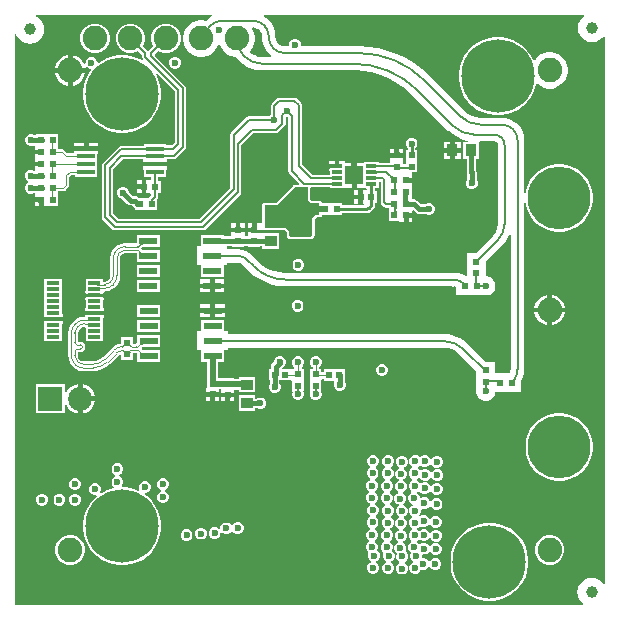
<source format=gbl>
G04*
G04 #@! TF.GenerationSoftware,Altium Limited,Altium Designer,24.4.1 (13)*
G04*
G04 Layer_Physical_Order=6*
G04 Layer_Color=16711680*
%FSLAX44Y44*%
%MOMM*%
G71*
G04*
G04 #@! TF.SameCoordinates,F8B635B6-AD30-4CB1-8FD4-03FA37938446*
G04*
G04*
G04 #@! TF.FilePolarity,Positive*
G04*
G01*
G75*
%ADD12C,0.5000*%
%ADD14C,0.2000*%
%ADD18R,0.5000X0.6000*%
%ADD19R,0.6000X0.5000*%
%ADD34R,0.9500X1.0000*%
%ADD35R,1.0000X0.9500*%
%ADD36R,0.6200X0.6000*%
%ADD38R,0.6000X0.6200*%
%ADD69C,0.1301*%
%ADD70C,0.1016*%
%ADD71C,1.0000*%
%ADD72C,0.3810*%
%ADD73C,0.1020*%
%ADD74C,0.4000*%
%ADD76C,0.2540*%
%ADD78R,2.0200X2.0200*%
%ADD79C,2.0200*%
%ADD80C,2.0900*%
%ADD81C,5.3000*%
%ADD82C,0.6000*%
%ADD83C,0.1087*%
%ADD84R,1.5000X0.4500*%
%ADD85R,1.5500X0.6000*%
%ADD86R,0.8500X0.3000*%
%ADD87R,1.6000X1.6000*%
%ADD88R,1.1000X0.3000*%
%ADD89C,6.2000*%
%ADD90R,0.6200X0.5700*%
%ADD91R,0.6000X0.5500*%
%ADD92C,0.1397*%
G36*
X486165Y502652D02*
X484350Y501259D01*
X482427Y498753D01*
X481218Y495834D01*
X480805Y492701D01*
X481218Y489568D01*
X482427Y486649D01*
X484350Y484142D01*
X486857Y482219D01*
X489776Y481010D01*
X492909Y480597D01*
X496041Y481010D01*
X498960Y482219D01*
X501467Y484142D01*
X502652Y485686D01*
X503922Y485255D01*
X503922Y22072D01*
X502652Y21641D01*
X501036Y23746D01*
X498529Y25670D01*
X495610Y26879D01*
X492478Y27291D01*
X489345Y26879D01*
X486426Y25670D01*
X483919Y23746D01*
X481996Y21240D01*
X480786Y18320D01*
X480374Y15188D01*
X480786Y12055D01*
X481996Y9136D01*
X483919Y6629D01*
X485588Y5348D01*
X485157Y4078D01*
X4919Y4078D01*
X4078Y5042D01*
X4078Y487769D01*
X5348Y488022D01*
X6354Y485593D01*
X8278Y483086D01*
X10785Y481162D01*
X13704Y479953D01*
X16836Y479541D01*
X19969Y479953D01*
X22888Y481162D01*
X25395Y483086D01*
X27318Y485593D01*
X28528Y488512D01*
X28940Y491645D01*
X28528Y494777D01*
X27318Y497696D01*
X25395Y500203D01*
X22888Y502127D01*
X21621Y502651D01*
X21874Y503921D01*
X170746Y503922D01*
X171064Y502651D01*
X168448Y501253D01*
X165718Y499013D01*
X163522Y499450D01*
X160478D01*
X157493Y498856D01*
X154682Y497692D01*
X152151Y496001D01*
X149999Y493849D01*
X148308Y491318D01*
X147144Y488507D01*
X146550Y485522D01*
Y482478D01*
X147144Y479493D01*
X148308Y476682D01*
X149999Y474151D01*
X152151Y471999D01*
X154682Y470308D01*
X157493Y469144D01*
X160478Y468550D01*
X163522D01*
X166507Y469144D01*
X169318Y470308D01*
X171849Y471999D01*
X174001Y474151D01*
X175692Y476682D01*
X176313Y478181D01*
X177687D01*
X178308Y476682D01*
X179999Y474151D01*
X182151Y471999D01*
X184682Y470308D01*
X187493Y469144D01*
X190478Y468550D01*
X191153D01*
X191437Y468086D01*
X194196Y464855D01*
X197427Y462096D01*
X201049Y459876D01*
X204974Y458250D01*
X209106Y457259D01*
X213114Y456943D01*
X213341Y456898D01*
X289925D01*
X290312Y456975D01*
X298121Y456537D01*
X306213Y455162D01*
X314102Y452889D01*
X321685Y449748D01*
X328870Y445777D01*
X335565Y441027D01*
X340746Y436397D01*
X341616Y435487D01*
X341616Y435487D01*
X342514Y434589D01*
X371237Y405866D01*
X371340Y405797D01*
X374964Y402702D01*
X379131Y400149D01*
X383646Y398278D01*
X387479Y397358D01*
X387329Y396088D01*
X383750D01*
Y382088D01*
X386685D01*
Y370764D01*
X386685Y370764D01*
X386949Y369437D01*
Y364257D01*
X386789Y364096D01*
X386028Y362258D01*
Y360269D01*
X386789Y358432D01*
X388195Y357025D01*
X390033Y356264D01*
X392022D01*
X393860Y357025D01*
X395266Y358432D01*
X396028Y360269D01*
Y362258D01*
X395266Y364096D01*
X395106Y364257D01*
Y370500D01*
X394842Y371826D01*
Y382088D01*
X397250D01*
Y395469D01*
X397250Y396088D01*
X398250Y396739D01*
X410000D01*
X410106Y396760D01*
X411160Y396550D01*
X412143Y395893D01*
X412800Y394910D01*
X413010Y393856D01*
X412989Y393750D01*
Y327021D01*
X413053Y326700D01*
X412607Y323316D01*
X411178Y319864D01*
X409102Y317159D01*
X408831Y316978D01*
X408830Y316977D01*
X408828Y316975D01*
X394353Y302500D01*
X387000D01*
Y287500D01*
Y282892D01*
X385730Y282502D01*
X382641Y284153D01*
X379151Y285212D01*
X375752Y285547D01*
X375537Y285590D01*
X375537Y285590D01*
X375532Y285591D01*
X375531Y285591D01*
X375522D01*
X375521Y285591D01*
X375518Y285590D01*
X375514Y285591D01*
X233382D01*
X233082Y285531D01*
X228336Y285905D01*
X223415Y287086D01*
X218739Y289023D01*
X214424Y291667D01*
X210804Y294759D01*
X210634Y295013D01*
X205074Y300574D01*
X204837Y300731D01*
X202452Y302689D01*
X199483Y304276D01*
X196262Y305253D01*
X193191Y305555D01*
X192912Y305611D01*
X184000D01*
Y307850D01*
X185012Y308472D01*
X188067D01*
Y307550D01*
X198267D01*
Y308472D01*
X201678D01*
Y307550D01*
X211878D01*
Y308472D01*
X213624D01*
Y305800D01*
X227624D01*
Y319300D01*
X213624D01*
Y319300D01*
X212418Y319456D01*
Y321644D01*
X213624Y321800D01*
X213688Y321800D01*
X215176D01*
X215625Y321711D01*
X231239D01*
X232450Y321692D01*
X234336Y319807D01*
Y317394D01*
X234491Y316614D01*
X234933Y315952D01*
X236327Y314558D01*
X236989Y314116D01*
X237769Y313961D01*
X254625D01*
X254625Y313961D01*
X255405Y314116D01*
X256067Y314558D01*
X256067Y314558D01*
X257317Y315808D01*
X257759Y316470D01*
X257914Y317250D01*
Y330805D01*
X259570Y332461D01*
X261960D01*
X262740Y332616D01*
X263402Y333058D01*
X263844Y333720D01*
X263999Y334500D01*
X271230D01*
X271500Y334500D01*
Y334500D01*
X272500D01*
Y334500D01*
X281500D01*
Y336166D01*
X301948D01*
Y336116D01*
X304215Y336567D01*
X306137Y337851D01*
X306101Y337886D01*
Y337886D01*
X308458Y340243D01*
X309180Y341324D01*
X309434Y342600D01*
Y344650D01*
X311100D01*
Y354850D01*
X309248D01*
Y357275D01*
X312164D01*
Y362717D01*
X313941D01*
Y345250D01*
X313941Y345250D01*
X314174Y344080D01*
X314837Y343087D01*
X316337Y341587D01*
X316337Y341587D01*
X317329Y340924D01*
X318500Y340691D01*
X321000D01*
Y329250D01*
X329414Y329250D01*
X330460Y328710D01*
X331046Y328710D01*
X333500D01*
Y334250D01*
X335500D01*
Y336250D01*
X340540D01*
Y337899D01*
X341713Y338385D01*
X343482Y336616D01*
X343482Y336616D01*
X344805Y335732D01*
X346366Y335422D01*
X351757D01*
X351918Y335261D01*
X353755Y334500D01*
X355745D01*
X357582Y335261D01*
X358989Y336668D01*
X359750Y338505D01*
Y340495D01*
X358989Y342332D01*
X357582Y343739D01*
X355745Y344500D01*
X353755D01*
X351918Y343739D01*
X351757Y343578D01*
X348055D01*
X345000Y346634D01*
X343677Y347518D01*
X342116Y347828D01*
X342116Y347828D01*
X340841D01*
X340000Y348750D01*
Y349236D01*
X340000D01*
Y358210D01*
X340290D01*
Y361750D01*
X335250D01*
Y365750D01*
X340290D01*
Y369230D01*
X340290Y369290D01*
X340435Y370500D01*
X345000D01*
Y379230D01*
X345000Y379500D01*
Y380500D01*
X345000Y380770D01*
Y389500D01*
X343334D01*
Y391263D01*
X344239Y392168D01*
X345000Y394005D01*
Y395995D01*
X344239Y397832D01*
X342832Y399239D01*
X340995Y400000D01*
X339005D01*
X337168Y399239D01*
X335761Y397832D01*
X335000Y395995D01*
Y394005D01*
X335761Y392168D01*
X336666Y391263D01*
Y389500D01*
X335000D01*
Y380770D01*
X335000Y380500D01*
Y379500D01*
X335000Y379230D01*
Y377309D01*
X333398D01*
X332500Y378207D01*
X332500Y378914D01*
X333040Y379960D01*
X333040Y380546D01*
Y383000D01*
X327500D01*
X321960D01*
Y380546D01*
X321960Y379960D01*
X321612Y378834D01*
X312164D01*
Y379275D01*
X299664D01*
Y378815D01*
X293414D01*
Y376449D01*
X293526Y376326D01*
X293671Y376242D01*
X293832Y376214D01*
X293414D01*
Y368275D01*
Y357735D01*
X299664D01*
Y357275D01*
X301612D01*
X302047Y356660D01*
X301390Y355390D01*
X298900D01*
Y349750D01*
Y344110D01*
X299578D01*
X300257Y342840D01*
X300253Y342834D01*
X281500D01*
Y344500D01*
X272500D01*
X272500Y344500D01*
X271500D01*
Y344500D01*
X271230Y344500D01*
X263999D01*
Y344650D01*
X263844Y345430D01*
X263402Y346092D01*
X262740Y346534D01*
X261960Y346689D01*
X255887D01*
X254414Y347970D01*
Y357647D01*
X254414Y357648D01*
X254759Y358068D01*
X270664D01*
Y357275D01*
X283164D01*
Y357735D01*
X289414D01*
Y368275D01*
Y376214D01*
X288323D01*
X288485Y376242D01*
X288629Y376326D01*
X288757Y376465D01*
X288867Y376660D01*
X288960Y376911D01*
X289037Y377217D01*
X289096Y377579D01*
X289139Y377997D01*
X289167Y378815D01*
X283704D01*
Y379815D01*
X278914D01*
Y375775D01*
X276914D01*
Y374276D01*
X270663D01*
Y373775D01*
X270124D01*
Y371735D01*
X270664D01*
Y368478D01*
X256344D01*
X247452Y377369D01*
Y427250D01*
X247246Y428284D01*
X246661Y429161D01*
X242661Y433161D01*
X241784Y433746D01*
X240750Y433952D01*
X228000D01*
X226966Y433746D01*
X226089Y433161D01*
X221462Y428533D01*
X220876Y427657D01*
X220670Y426623D01*
Y419581D01*
X220540Y419527D01*
X219134Y418120D01*
X219080Y417990D01*
X202038D01*
X201004Y417785D01*
X200127Y417199D01*
X187367Y404438D01*
X186781Y403562D01*
X186575Y402528D01*
Y357241D01*
X160807Y331472D01*
X91928D01*
X87452Y335948D01*
Y373549D01*
X95390Y381487D01*
X112578D01*
Y379689D01*
X132658D01*
Y381758D01*
X138500D01*
X139534Y381964D01*
X140411Y382549D01*
X148161Y390299D01*
X148747Y391176D01*
X148952Y392210D01*
Y442000D01*
X148747Y443034D01*
X148161Y443911D01*
X122818Y469253D01*
Y470997D01*
X125309Y473487D01*
X127194Y472398D01*
X130361Y471550D01*
X133639D01*
X136805Y472398D01*
X139644Y474038D01*
X141962Y476356D01*
X143602Y479194D01*
X144450Y482361D01*
Y485639D01*
X143602Y488806D01*
X141962Y491645D01*
X139644Y493963D01*
X136805Y495602D01*
X133639Y496450D01*
X130361D01*
X127194Y495602D01*
X124355Y493963D01*
X122037Y491645D01*
X120398Y488806D01*
X119550Y485639D01*
Y482361D01*
X120398Y479194D01*
X121487Y477309D01*
X117848Y473670D01*
X117069Y473336D01*
X116163Y473658D01*
X112513Y477309D01*
X113602Y479194D01*
X114450Y482361D01*
Y485639D01*
X113602Y488806D01*
X111962Y491645D01*
X109644Y493963D01*
X106805Y495602D01*
X103639Y496450D01*
X100361D01*
X97194Y495602D01*
X94355Y493963D01*
X92037Y491645D01*
X90398Y488806D01*
X89550Y485639D01*
Y482361D01*
X90398Y479194D01*
X92037Y476356D01*
X94355Y474038D01*
X97194Y472398D01*
X100361Y471550D01*
X103639D01*
X106805Y472398D01*
X108691Y473487D01*
X112048Y470131D01*
Y468142D01*
X112254Y467108D01*
X112697Y466445D01*
X112276Y465745D01*
X111904Y465424D01*
X107668Y467582D01*
X102727Y469187D01*
X97597Y470000D01*
X92403D01*
X87272Y469187D01*
X82332Y467582D01*
X77704Y465224D01*
X75132Y463355D01*
X74000Y463932D01*
Y464245D01*
X73239Y466082D01*
X71832Y467489D01*
X69995Y468250D01*
X68005D01*
X66168Y467489D01*
X64761Y466082D01*
X64000Y464245D01*
Y463003D01*
X62730Y462663D01*
X61395Y464976D01*
X58976Y467395D01*
X56014Y469105D01*
X53000Y469912D01*
Y459000D01*
X63912D01*
X63863Y459186D01*
X64017Y459366D01*
X65749Y459430D01*
X66168Y459011D01*
X68005Y458250D01*
X68250D01*
X68827Y457118D01*
X66776Y454296D01*
X64418Y449668D01*
X62812Y444728D01*
X62000Y439597D01*
Y434403D01*
X62812Y429272D01*
X64418Y424332D01*
X66776Y419704D01*
X69829Y415502D01*
X73502Y411829D01*
X77704Y408776D01*
X82332Y406418D01*
X87272Y404813D01*
X92403Y404000D01*
X97597D01*
X102727Y404813D01*
X107668Y406418D01*
X112296Y408776D01*
X116498Y411829D01*
X120171Y415502D01*
X123224Y419704D01*
X125582Y424332D01*
X127187Y429272D01*
X128000Y434403D01*
Y439597D01*
X127187Y444728D01*
X125582Y449668D01*
X123478Y453796D01*
X124519Y454552D01*
X139798Y439273D01*
Y396079D01*
X137110Y393391D01*
X132118D01*
Y394939D01*
X113118D01*
Y393038D01*
X94086D01*
X93052Y392833D01*
X92176Y392247D01*
X78839Y378911D01*
X78253Y378034D01*
X78048Y377000D01*
Y332365D01*
X78253Y331331D01*
X78839Y330454D01*
X86744Y322549D01*
X87621Y321964D01*
X88655Y321758D01*
X163710D01*
X164744Y321964D01*
X165621Y322549D01*
X194823Y351752D01*
X195409Y352628D01*
X195615Y353662D01*
X195615Y353663D01*
Y393293D01*
X206090Y403769D01*
X225288D01*
X226322Y403974D01*
X227199Y404560D01*
X232661Y410022D01*
X233246Y410899D01*
X233452Y411933D01*
Y417690D01*
X235392D01*
X235798Y416517D01*
Y371597D01*
X236003Y370563D01*
X236589Y369686D01*
X245031Y361245D01*
X244545Y360071D01*
X241509D01*
X240729Y359916D01*
X240068Y359474D01*
X240068Y359474D01*
X239928Y359334D01*
X239928Y359334D01*
X225467Y344873D01*
X215625D01*
X214845Y344718D01*
X214183Y344276D01*
X213741Y343614D01*
X213586Y342834D01*
Y327537D01*
X212418Y327290D01*
X212316Y327290D01*
X208778D01*
Y321750D01*
X206778D01*
Y319750D01*
X201138D01*
Y316628D01*
X198807D01*
Y319750D01*
X193167D01*
X187527D01*
Y316628D01*
X181000D01*
Y317550D01*
X161500D01*
Y307850D01*
X158500D01*
Y291850D01*
X161500D01*
Y282150D01*
X181000D01*
Y291850D01*
X184000D01*
Y294089D01*
X192912D01*
X193150Y294136D01*
X195121Y293744D01*
X196792Y292628D01*
X196926Y292426D01*
X201589Y287764D01*
X202487Y286866D01*
X202487Y286866D01*
X202487Y286866D01*
X202596Y286793D01*
X206794Y283111D01*
X211544Y279937D01*
X216668Y277411D01*
X222078Y275574D01*
X227681Y274460D01*
X233253Y274094D01*
X233382Y274069D01*
Y274069D01*
X233382Y274069D01*
X374371D01*
X375478Y273675D01*
X375514Y273661D01*
X376784Y273947D01*
X377371Y273870D01*
X378000Y273610D01*
Y266430D01*
X404053D01*
X406088Y266976D01*
X407912Y268029D01*
X409402Y269518D01*
X410455Y271343D01*
X411000Y273377D01*
Y275484D01*
X410455Y277518D01*
X409402Y279343D01*
X407912Y280832D01*
X406088Y281885D01*
X404053Y282430D01*
X403000D01*
Y294853D01*
X416975Y308828D01*
X416984Y308818D01*
X417764Y309768D01*
X417766Y309770D01*
X417766Y309771D01*
X420186Y312719D01*
X422565Y317170D01*
X422733Y317724D01*
X423989Y317538D01*
X423989Y203963D01*
X424033Y203740D01*
X423704Y201240D01*
X423398Y200500D01*
X411000D01*
Y210344D01*
X402897D01*
X388657Y224584D01*
X388554Y224653D01*
X384930Y227748D01*
X380763Y230301D01*
X376248Y232172D01*
X371495Y233313D01*
X366745Y233687D01*
X366623Y233711D01*
X184250D01*
Y235950D01*
X181250D01*
Y245650D01*
X161750D01*
Y235950D01*
X158750D01*
Y219950D01*
X161750D01*
Y210250D01*
X166929D01*
Y196700D01*
X166418D01*
Y188040D01*
X165877D01*
Y184500D01*
X171517D01*
X177157D01*
Y186937D01*
X178767D01*
Y184150D01*
X184407D01*
X190047D01*
Y186564D01*
X193650D01*
Y184205D01*
X207650D01*
Y197705D01*
X193650D01*
Y195741D01*
X189507D01*
Y196350D01*
X179307D01*
Y196113D01*
X176618D01*
Y196700D01*
X176106D01*
Y210250D01*
X181250D01*
Y219950D01*
X184250D01*
Y222189D01*
X366623D01*
X366888Y222242D01*
X370470Y221889D01*
X374169Y220767D01*
X377578Y218945D01*
X380360Y216661D01*
X380510Y216437D01*
X395000Y201947D01*
Y195344D01*
Y184037D01*
X395545Y182003D01*
X396599Y180179D01*
X398088Y178689D01*
X399912Y177636D01*
X401947Y177091D01*
X404053D01*
X406088Y177636D01*
X407912Y178689D01*
X409402Y180179D01*
X410455Y182003D01*
X411000Y184037D01*
Y184500D01*
X432500D01*
Y193062D01*
X433834Y195558D01*
X435084Y199678D01*
X435501Y203914D01*
X435511Y203963D01*
X435511Y344884D01*
X436781Y344983D01*
X437202Y342326D01*
X438588Y338060D01*
X440625Y334063D01*
X443261Y330434D01*
X446433Y327261D01*
X450063Y324625D01*
X454060Y322588D01*
X458326Y321202D01*
X462757Y320500D01*
X467243D01*
X471674Y321202D01*
X475940Y322588D01*
X479937Y324625D01*
X483567Y327261D01*
X486739Y330434D01*
X489375Y334063D01*
X491412Y338060D01*
X492798Y342326D01*
X493500Y346757D01*
Y351243D01*
X492798Y355674D01*
X491412Y359940D01*
X489375Y363937D01*
X486739Y367566D01*
X483567Y370739D01*
X479937Y373375D01*
X475940Y375412D01*
X471674Y376798D01*
X467243Y377500D01*
X462757D01*
X458326Y376798D01*
X454060Y375412D01*
X450063Y373375D01*
X446433Y370739D01*
X443261Y367566D01*
X440625Y363937D01*
X438588Y359940D01*
X437202Y355674D01*
X436781Y353017D01*
X435511Y353116D01*
X435511Y397939D01*
X435471Y398140D01*
X435130Y401607D01*
X434060Y405134D01*
X432322Y408385D01*
X429984Y411234D01*
X427135Y413572D01*
X423884Y415310D01*
X420357Y416380D01*
X416890Y416721D01*
X416689Y416761D01*
X398797D01*
X398533Y416708D01*
X394950Y417061D01*
X391251Y418183D01*
X387842Y420005D01*
X385060Y422289D01*
X384910Y422513D01*
X354539Y452884D01*
X354480Y452924D01*
X348480Y458361D01*
X341921Y463226D01*
X334916Y467424D01*
X327534Y470916D01*
X319845Y473667D01*
X311923Y475652D01*
X303845Y476850D01*
X295758Y477247D01*
X295688Y477261D01*
X246830D01*
X246500Y477756D01*
Y479745D01*
X245739Y481582D01*
X244332Y482989D01*
X242495Y483750D01*
X240505D01*
X238668Y482989D01*
X237261Y481582D01*
X236500Y479745D01*
Y477756D01*
X236170Y477261D01*
X232963D01*
X232798Y477228D01*
X230826Y477488D01*
X228835Y478313D01*
X227125Y479625D01*
X225813Y481335D01*
X224988Y483326D01*
X224728Y485298D01*
X224761Y485463D01*
Y486000D01*
X224720Y486204D01*
X224380Y489656D01*
X223314Y493172D01*
X221582Y496412D01*
X219251Y499252D01*
X216412Y501582D01*
X214411Y502651D01*
X214729Y503922D01*
X485734Y503922D01*
X486165Y502652D01*
D02*
G37*
G36*
X207885Y493037D02*
X209643Y492309D01*
X211151Y491151D01*
X212309Y489643D01*
X213037Y487886D01*
X213267Y486139D01*
X213239Y486000D01*
Y485463D01*
X213270Y485305D01*
X213634Y481618D01*
X214755Y477921D01*
X216576Y474514D01*
X219027Y471527D01*
X221266Y469690D01*
X220811Y468420D01*
X213341D01*
X213143Y468381D01*
X210290Y468661D01*
X207356Y469551D01*
X204652Y470997D01*
X203293Y472112D01*
X203230Y473381D01*
X204001Y474151D01*
X205692Y476682D01*
X206856Y479493D01*
X207450Y482478D01*
Y485522D01*
X206856Y488507D01*
X205692Y491318D01*
X205157Y492119D01*
X205755Y493239D01*
X206000D01*
X206139Y493267D01*
X207885Y493037D01*
D02*
G37*
G36*
X310153Y372156D02*
X310213Y372076D01*
X310313Y372005D01*
X310453Y371944D01*
X310633Y371893D01*
X310853Y371851D01*
X311113Y371818D01*
X311753Y371780D01*
X312133Y371775D01*
Y369775D01*
X311753Y369771D01*
X310853Y369700D01*
X310633Y369658D01*
X310453Y369606D01*
X310313Y369545D01*
X310213Y369475D01*
X310153Y369395D01*
X310133Y369306D01*
Y372245D01*
X310153Y372156D01*
D02*
G37*
G36*
X323441Y367488D02*
X324176Y366866D01*
X324501Y366639D01*
X324798Y366469D01*
X325067Y366356D01*
X325307Y366300D01*
X325519D01*
X325703Y366356D01*
X325859Y366469D01*
X323031Y363641D01*
X323144Y363797D01*
X323200Y363980D01*
Y364193D01*
X323144Y364433D01*
X323031Y364702D01*
X322861Y364999D01*
X322635Y365324D01*
X322352Y365678D01*
X321616Y366469D01*
X323031Y367884D01*
X323441Y367488D01*
D02*
G37*
G36*
X327810Y361041D02*
X327640Y360980D01*
X327490Y360878D01*
X327360Y360736D01*
X327250Y360553D01*
X327160Y360330D01*
X327090Y360066D01*
X327040Y359762D01*
X327010Y359416D01*
X327000Y359030D01*
X325000D01*
X324990Y359416D01*
X324960Y359762D01*
X324910Y360066D01*
X324840Y360330D01*
X324750Y360553D01*
X324640Y360736D01*
X324510Y360878D01*
X324360Y360980D01*
X324190Y361041D01*
X324000Y361061D01*
X328000D01*
X327810Y361041D01*
D02*
G37*
G36*
X327010Y358569D02*
X327040Y358224D01*
X327090Y357920D01*
X327160Y357656D01*
X327250Y357432D01*
X327360Y357250D01*
X327490Y357108D01*
X327640Y357006D01*
X327810Y356945D01*
X328000Y356925D01*
X324000D01*
X324190Y356945D01*
X324360Y357006D01*
X324510Y357108D01*
X324640Y357250D01*
X324750Y357432D01*
X324840Y357656D01*
X324910Y357920D01*
X324960Y358224D01*
X324990Y358569D01*
X325000Y358955D01*
X327000D01*
X327010Y358569D01*
D02*
G37*
G36*
X323311Y341750D02*
X323291Y341940D01*
X323230Y342110D01*
X323128Y342260D01*
X322986Y342390D01*
X322803Y342500D01*
X322580Y342590D01*
X322316Y342660D01*
X322011Y342710D01*
X321666Y342740D01*
X321281Y342750D01*
Y344750D01*
X321666Y344760D01*
X322011Y344790D01*
X322316Y344840D01*
X322580Y344910D01*
X322803Y345000D01*
X322986Y345110D01*
X323128Y345240D01*
X323230Y345390D01*
X323291Y345560D01*
X323311Y345750D01*
Y341750D01*
D02*
G37*
G36*
X328060Y341041D02*
X327890Y340980D01*
X327740Y340878D01*
X327610Y340736D01*
X327500Y340553D01*
X327410Y340330D01*
X327340Y340066D01*
X327290Y339762D01*
X327260Y339416D01*
X327250Y339030D01*
X325250D01*
X325240Y339416D01*
X325210Y339762D01*
X325160Y340066D01*
X325090Y340330D01*
X325000Y340553D01*
X324890Y340736D01*
X324760Y340878D01*
X324610Y340980D01*
X324440Y341041D01*
X324250Y341061D01*
X328250D01*
X328060Y341041D01*
D02*
G37*
G36*
X327260Y338584D02*
X327290Y338239D01*
X327340Y337934D01*
X327410Y337670D01*
X327500Y337447D01*
X327610Y337264D01*
X327740Y337122D01*
X327890Y337020D01*
X328060Y336959D01*
X328250Y336939D01*
X324250D01*
X324440Y336959D01*
X324610Y337020D01*
X324760Y337122D01*
X324890Y337264D01*
X325000Y337447D01*
X325090Y337670D01*
X325160Y337934D01*
X325210Y338239D01*
X325240Y338584D01*
X325250Y338970D01*
X327250D01*
X327260Y338584D01*
D02*
G37*
G36*
X252375Y357648D02*
Y347040D01*
X255125Y344650D01*
X261960D01*
Y341500D01*
X267000D01*
Y337500D01*
X261960D01*
Y334500D01*
X258725D01*
X255875Y331650D01*
Y317250D01*
X254625Y316000D01*
X237769D01*
X236375Y317394D01*
Y320651D01*
X233307Y323719D01*
X233244D01*
X231255Y323750D01*
X215625D01*
Y342834D01*
X226311D01*
X241370Y357892D01*
X241509Y358032D01*
X251991D01*
X252375Y357648D01*
D02*
G37*
%LPC*%
G36*
X73639Y496450D02*
X70361D01*
X67194Y495602D01*
X64356Y493963D01*
X62038Y491645D01*
X60399Y488806D01*
X59550Y485639D01*
Y482361D01*
X60399Y479194D01*
X62038Y476356D01*
X64356Y474038D01*
X67194Y472398D01*
X70361Y471550D01*
X73639D01*
X76806Y472398D01*
X79644Y474038D01*
X81962Y476356D01*
X83602Y479194D01*
X84450Y482361D01*
Y485639D01*
X83602Y488806D01*
X81962Y491645D01*
X79644Y493963D01*
X76806Y495602D01*
X73639Y496450D01*
D02*
G37*
G36*
X49000Y469912D02*
X45986Y469105D01*
X43024Y467395D01*
X40605Y464976D01*
X38895Y462014D01*
X38088Y459000D01*
X49000D01*
Y469912D01*
D02*
G37*
G36*
X140744Y468508D02*
X138755D01*
X136918Y467747D01*
X135511Y466340D01*
X134750Y464503D01*
Y462514D01*
X135511Y460676D01*
X136918Y459269D01*
X138755Y458508D01*
X140744D01*
X142582Y459269D01*
X143989Y460676D01*
X144750Y462514D01*
Y464503D01*
X143989Y466340D01*
X142582Y467747D01*
X140744Y468508D01*
D02*
G37*
G36*
X49000Y455000D02*
X38088D01*
X38895Y451986D01*
X40605Y449024D01*
X43024Y446605D01*
X45986Y444895D01*
X49000Y444088D01*
Y455000D01*
D02*
G37*
G36*
X63912D02*
X53000D01*
Y444088D01*
X56014Y444895D01*
X58976Y446605D01*
X61395Y449024D01*
X63105Y451986D01*
X63912Y455000D01*
D02*
G37*
G36*
X415597Y485000D02*
X410403D01*
X405272Y484187D01*
X400332Y482582D01*
X395704Y480224D01*
X391502Y477171D01*
X387829Y473498D01*
X384776Y469296D01*
X382418Y464668D01*
X380813Y459728D01*
X380000Y454597D01*
Y449403D01*
X380813Y444272D01*
X382418Y439332D01*
X384776Y434704D01*
X387829Y430502D01*
X391502Y426829D01*
X395704Y423776D01*
X400332Y421418D01*
X405272Y419813D01*
X410403Y419000D01*
X415597D01*
X420728Y419813D01*
X425668Y421418D01*
X430296Y423776D01*
X434498Y426829D01*
X438171Y430502D01*
X441224Y434704D01*
X443582Y439332D01*
X445187Y444272D01*
X445336Y445214D01*
X446544Y445606D01*
X447151Y444999D01*
X449682Y443308D01*
X452493Y442144D01*
X455478Y441550D01*
X458522D01*
X461507Y442144D01*
X464318Y443308D01*
X466849Y444999D01*
X469001Y447151D01*
X470692Y449682D01*
X471856Y452493D01*
X472450Y455478D01*
Y458522D01*
X471856Y461507D01*
X470692Y464318D01*
X469001Y466849D01*
X466849Y469001D01*
X464318Y470692D01*
X461507Y471856D01*
X458522Y472450D01*
X455478D01*
X452493Y471856D01*
X449682Y470692D01*
X447151Y469001D01*
X444999Y466849D01*
X444263Y465746D01*
X442995Y465821D01*
X441224Y469296D01*
X438171Y473498D01*
X434498Y477171D01*
X430296Y480224D01*
X425668Y482582D01*
X420728Y484187D01*
X415597Y485000D01*
D02*
G37*
G36*
X32035Y402960D02*
X31035D01*
X30765Y402960D01*
X22035D01*
Y402069D01*
X20765Y402051D01*
X20618Y402199D01*
X18780Y402960D01*
X16791D01*
X14953Y402199D01*
X13547Y400792D01*
X12785Y398955D01*
Y396965D01*
X13547Y395128D01*
X14953Y393721D01*
X16791Y392960D01*
X18780D01*
X20337Y393605D01*
X21238Y393043D01*
X21460Y392800D01*
Y389710D01*
X26500D01*
Y385710D01*
X21460D01*
Y382170D01*
Y379710D01*
X26500D01*
Y375710D01*
X21460D01*
Y372519D01*
X20975Y372274D01*
X20271Y371974D01*
X18495Y372710D01*
X16505D01*
X14668Y371949D01*
X13261Y370542D01*
X12500Y368704D01*
Y366715D01*
X13261Y364878D01*
X14668Y363471D01*
X15148Y363272D01*
Y361898D01*
X14668Y361699D01*
X13261Y360292D01*
X12500Y358455D01*
Y356465D01*
X13261Y354628D01*
X14668Y353221D01*
X16505Y352460D01*
X18495D01*
X20271Y353196D01*
X20975Y352896D01*
X21460Y352651D01*
Y349460D01*
X26500D01*
Y347460D01*
X28500D01*
Y341920D01*
X31540D01*
X32586Y342460D01*
X41000Y342460D01*
Y351190D01*
X41000Y352460D01*
X41000D01*
Y352460D01*
X41000D01*
Y354901D01*
X45250D01*
X46229Y355096D01*
X47060Y355650D01*
X49310Y357900D01*
X49864Y358731D01*
X50059Y359710D01*
Y366961D01*
X51728Y368630D01*
X55118D01*
Y366939D01*
X74118D01*
Y373439D01*
Y385899D01*
X74658D01*
Y388689D01*
X54578D01*
Y386748D01*
X48331D01*
X45560Y389520D01*
X44729Y390074D01*
X43750Y390269D01*
X41000D01*
Y392710D01*
X41000D01*
X41035Y392960D01*
X41035D01*
X41035Y393965D01*
Y402960D01*
X32305D01*
X32035Y402960D01*
D02*
G37*
G36*
X74658Y395479D02*
X66618D01*
Y392689D01*
X74658D01*
Y395479D01*
D02*
G37*
G36*
X62618D02*
X54578D01*
Y392689D01*
X62618D01*
Y395479D01*
D02*
G37*
G36*
X381790Y396628D02*
X376500D01*
Y391088D01*
X381790D01*
Y396628D01*
D02*
G37*
G36*
X372500D02*
X367210D01*
Y391088D01*
X372500D01*
Y396628D01*
D02*
G37*
G36*
X333040Y390040D02*
X329500D01*
Y387000D01*
X333040D01*
Y390040D01*
D02*
G37*
G36*
X325500D02*
X321960D01*
Y387000D01*
X325500D01*
Y390040D01*
D02*
G37*
G36*
X381790Y387088D02*
X376500D01*
Y381548D01*
X381790D01*
Y387088D01*
D02*
G37*
G36*
X372500D02*
X367210D01*
Y381548D01*
X372500D01*
Y387088D01*
D02*
G37*
G36*
X274914Y379815D02*
X270124D01*
Y377775D01*
X274914D01*
Y379815D01*
D02*
G37*
G36*
X111425Y364018D02*
X107885D01*
Y360378D01*
X111425D01*
Y364018D01*
D02*
G37*
G36*
Y356378D02*
X107885D01*
Y352738D01*
X111425D01*
Y356378D01*
D02*
G37*
G36*
X294900Y355390D02*
X291360D01*
Y351750D01*
X294900D01*
Y355390D01*
D02*
G37*
G36*
X132658Y375689D02*
X112578D01*
Y372899D01*
X113118D01*
Y366939D01*
X119566D01*
Y365039D01*
X118965Y364018D01*
X115424D01*
Y358378D01*
Y352738D01*
X118965D01*
X119441Y351665D01*
Y351267D01*
X117837Y349663D01*
X117200Y348710D01*
X115770D01*
X115500Y348710D01*
X114500D01*
X114230Y348710D01*
X109268D01*
X108384Y349594D01*
X107061Y350478D01*
X105500Y350788D01*
X105500Y350788D01*
X103967D01*
X100610Y354145D01*
Y354372D01*
X99848Y356210D01*
X98442Y357617D01*
X96604Y358378D01*
X94615D01*
X92777Y357617D01*
X91371Y356210D01*
X90610Y354372D01*
Y352383D01*
X91371Y350546D01*
X92777Y349139D01*
X94615Y348378D01*
X94842D01*
X99394Y343826D01*
X99394Y343826D01*
X100717Y342942D01*
X102277Y342632D01*
X103636D01*
X103732Y342149D01*
X104616Y340826D01*
X105500Y340236D01*
Y338710D01*
X114230D01*
X114500Y338710D01*
X115500D01*
X115770Y338710D01*
X124500D01*
Y347674D01*
X124663Y347837D01*
X124663Y347837D01*
X125326Y348829D01*
X125559Y350000D01*
Y353278D01*
X127625D01*
Y363478D01*
X125683D01*
Y366939D01*
X132118D01*
Y372899D01*
X132658D01*
Y375689D01*
D02*
G37*
G36*
X294900Y347750D02*
X291360D01*
Y344110D01*
X294900D01*
Y347750D01*
D02*
G37*
G36*
X24500Y345460D02*
X21460D01*
Y341920D01*
X24500D01*
Y345460D01*
D02*
G37*
G36*
X340540Y332250D02*
X337500D01*
Y328710D01*
X340540D01*
Y332250D01*
D02*
G37*
G36*
X198807Y327290D02*
X195167D01*
Y323750D01*
X198807D01*
Y327290D01*
D02*
G37*
G36*
X204778D02*
X201138D01*
Y323750D01*
X204778D01*
Y327290D01*
D02*
G37*
G36*
X191167D02*
X187527D01*
Y323750D01*
X191167D01*
Y327290D01*
D02*
G37*
G36*
X127000Y317550D02*
X107500D01*
Y310795D01*
X107284Y310353D01*
X97683D01*
X97652Y310383D01*
X97650Y310415D01*
X94275Y309970D01*
X91130Y308668D01*
X89359Y307309D01*
X88429Y306596D01*
X88400Y306558D01*
X88403Y306556D01*
X86479Y304049D01*
X85266Y301121D01*
X84853Y297979D01*
X84907D01*
Y283535D01*
X84925Y283441D01*
X84489Y281247D01*
X83247Y279388D01*
X83166Y279334D01*
X83166Y279333D01*
X81858Y278460D01*
X80316Y278153D01*
X80315Y278153D01*
X79000D01*
Y280000D01*
X64000D01*
Y270540D01*
X63460D01*
Y268500D01*
X64000D01*
Y268000D01*
X71500D01*
X79001D01*
Y268500D01*
X79540D01*
Y268846D01*
X80325Y269791D01*
X83527Y270213D01*
X86510Y271448D01*
X88105Y272672D01*
X89106Y273425D01*
X89106D01*
X89106Y273425D01*
X91373Y276380D01*
X92799Y279821D01*
X93285Y283513D01*
X93212D01*
Y297959D01*
X93216D01*
X93507Y299423D01*
X94336Y300664D01*
X95324Y301344D01*
X95858Y301701D01*
X97627Y302053D01*
X97655Y302047D01*
X107284D01*
X107500Y301605D01*
Y294850D01*
X127000D01*
Y304850D01*
X111687D01*
X111532Y305169D01*
X110861Y306200D01*
X111532Y307231D01*
X111687Y307550D01*
X127000D01*
Y317550D01*
D02*
G37*
G36*
X245239Y297311D02*
X243250D01*
X241412Y296550D01*
X240006Y295143D01*
X239245Y293305D01*
Y291316D01*
X240006Y289479D01*
X241412Y288072D01*
X243250Y287311D01*
X245239D01*
X247077Y288072D01*
X248483Y289479D01*
X249245Y291316D01*
Y293305D01*
X248483Y295143D01*
X247077Y296550D01*
X245239Y297311D01*
D02*
G37*
G36*
X127000Y292150D02*
X107500D01*
Y282150D01*
X127000D01*
Y292150D01*
D02*
G37*
G36*
X181540Y279990D02*
X173250D01*
Y276450D01*
X181540D01*
Y279990D01*
D02*
G37*
G36*
X169250D02*
X160960D01*
Y276450D01*
X169250D01*
Y279990D01*
D02*
G37*
G36*
X127000Y279450D02*
X107500D01*
Y269450D01*
X127000D01*
Y279450D01*
D02*
G37*
G36*
X181540Y272450D02*
X173250D01*
Y268910D01*
X181540D01*
Y272450D01*
D02*
G37*
G36*
X169250D02*
X160960D01*
Y268910D01*
X169250D01*
Y272450D01*
D02*
G37*
G36*
X459000Y266912D02*
Y256000D01*
X469912D01*
X469105Y259014D01*
X467395Y261976D01*
X464976Y264395D01*
X462014Y266105D01*
X459000Y266912D01*
D02*
G37*
G36*
X455000Y266912D02*
X451986Y266105D01*
X449024Y264395D01*
X446605Y261976D01*
X444895Y259014D01*
X444088Y256000D01*
X455000D01*
Y266912D01*
D02*
G37*
G36*
X181790Y258890D02*
X173500D01*
Y255350D01*
X181790D01*
Y258890D01*
D02*
G37*
G36*
X169500D02*
X161210D01*
Y255350D01*
X169500D01*
Y258890D01*
D02*
G37*
G36*
X79001Y265001D02*
X71500D01*
X64000D01*
Y264500D01*
X63460D01*
Y262460D01*
X64000D01*
Y255540D01*
X63460D01*
Y253500D01*
X64000D01*
Y252999D01*
X71500D01*
X79001D01*
Y253500D01*
X79540D01*
Y255540D01*
X79000D01*
Y262460D01*
X79540D01*
Y264500D01*
X79001D01*
Y265001D01*
D02*
G37*
G36*
X244495Y262561D02*
X242505D01*
X240668Y261800D01*
X239261Y260393D01*
X238500Y258556D01*
Y256566D01*
X239261Y254729D01*
X240668Y253322D01*
X242505Y252561D01*
X244495D01*
X246332Y253322D01*
X247739Y254729D01*
X248500Y256566D01*
Y258556D01*
X247739Y260393D01*
X246332Y261800D01*
X244495Y262561D01*
D02*
G37*
G36*
X127250Y258350D02*
X107750D01*
Y248350D01*
X127250D01*
Y258350D01*
D02*
G37*
G36*
X44000Y280000D02*
X29000D01*
Y273000D01*
Y263000D01*
Y250540D01*
X28460D01*
Y248500D01*
X28999D01*
Y247999D01*
X36500D01*
X44000D01*
Y248500D01*
X44540D01*
Y250540D01*
X44000D01*
Y263000D01*
Y273000D01*
Y280000D01*
D02*
G37*
G36*
X181790Y251350D02*
X173500D01*
Y247810D01*
X181790D01*
Y251350D01*
D02*
G37*
G36*
X169500D02*
X161210D01*
Y247810D01*
X169500D01*
Y251350D01*
D02*
G37*
G36*
X79001Y250000D02*
X71500D01*
X64000D01*
Y249500D01*
X63460D01*
Y249455D01*
X63366Y248223D01*
X59729Y247745D01*
X56339Y246341D01*
X53429Y244107D01*
X53429Y244107D01*
X53402Y244084D01*
X53403Y244084D01*
X51130Y241123D01*
X49702Y237675D01*
X49215Y233974D01*
X49288D01*
X49288Y233974D01*
Y216011D01*
X49215D01*
X49701Y212320D01*
X51126Y208881D01*
X53393Y205927D01*
X53392Y205927D01*
X53436Y205909D01*
X53436Y205909D01*
X55951Y203979D01*
X58879Y202766D01*
X62022Y202353D01*
Y202407D01*
X62022Y202407D01*
X70030D01*
Y202357D01*
X74045Y202753D01*
X77907Y203924D01*
X81465Y205826D01*
X84585Y208386D01*
X84550Y208421D01*
X92274Y216145D01*
X92275Y216144D01*
X92630Y216381D01*
X93900Y215702D01*
Y211800D01*
X104100D01*
Y217297D01*
X107750D01*
Y210250D01*
X127250D01*
Y220250D01*
X112474D01*
X111810Y221243D01*
X111794Y221254D01*
X111417Y221803D01*
X112184Y222950D01*
X127250D01*
Y232950D01*
X107750D01*
Y226815D01*
X107116Y225806D01*
X106933Y225730D01*
X105679Y225603D01*
X104100D01*
Y231100D01*
X93900D01*
Y225508D01*
X91866Y225240D01*
X88912Y224017D01*
X86375Y222070D01*
X86413Y222031D01*
X86413Y222031D01*
X78698Y214315D01*
X78649Y214243D01*
X76164Y212336D01*
X73191Y211104D01*
X70086Y210695D01*
X70000Y210713D01*
X62041D01*
Y210716D01*
X60577Y211007D01*
X59336Y211836D01*
X58633Y212815D01*
X58011Y213747D01*
X57685Y215387D01*
X57600Y216547D01*
X57593Y217013D01*
Y218486D01*
X59498D01*
Y218450D01*
X61198Y218788D01*
X62639Y219751D01*
X63602Y221192D01*
X63940Y222892D01*
X63602Y224592D01*
X62639Y226034D01*
X61198Y226997D01*
X59498Y227335D01*
Y227299D01*
X57593D01*
Y233223D01*
X57657Y234474D01*
X57846Y235421D01*
X58238Y236593D01*
X58634Y237186D01*
X59334Y238166D01*
X60311Y238859D01*
X61183Y239441D01*
X62730Y239749D01*
X64000Y238916D01*
Y228000D01*
X79000D01*
Y238000D01*
Y247460D01*
X79540D01*
Y249500D01*
X79001D01*
Y250000D01*
D02*
G37*
G36*
X469912Y252000D02*
X459000D01*
Y241088D01*
X462014Y241895D01*
X464976Y243605D01*
X467395Y246024D01*
X469105Y248986D01*
X469912Y252000D01*
D02*
G37*
G36*
X455000D02*
X444088D01*
X444895Y248986D01*
X446605Y246024D01*
X449024Y243605D01*
X451986Y241895D01*
X455000Y241088D01*
Y252000D01*
D02*
G37*
G36*
X127250Y245650D02*
X107750D01*
Y235650D01*
X127250D01*
Y245650D01*
D02*
G37*
G36*
X44000Y245000D02*
X36500D01*
X28999D01*
Y244500D01*
X28460D01*
Y242460D01*
X29000D01*
Y238000D01*
Y228000D01*
X44000D01*
Y233000D01*
Y242460D01*
X44540D01*
Y244500D01*
X44000D01*
Y245000D01*
D02*
G37*
G36*
X244933Y214744D02*
X242944D01*
X241106Y213983D01*
X239700Y212576D01*
X238939Y210738D01*
Y208749D01*
X239700Y206912D01*
X240880Y205731D01*
X240612Y204666D01*
X240491Y204461D01*
X238755D01*
Y204288D01*
X237629Y203941D01*
Y203941D01*
X230800D01*
X230547Y205211D01*
X231256Y205505D01*
X232662Y206912D01*
X233424Y208749D01*
Y210738D01*
X232662Y212576D01*
X231256Y213983D01*
X229418Y214744D01*
X227429D01*
X225591Y213983D01*
X224185Y212576D01*
X223424Y210738D01*
Y209970D01*
X222245Y208792D01*
X221361Y207469D01*
X221051Y205908D01*
X221051Y205908D01*
Y203941D01*
X219129D01*
Y194441D01*
X220051D01*
Y191714D01*
X219890Y191553D01*
X219129Y189715D01*
Y187726D01*
X219890Y185889D01*
X221297Y184482D01*
X223134Y183721D01*
X225124D01*
X226961Y184482D01*
X228368Y185889D01*
X229129Y187726D01*
Y189715D01*
X228368Y191553D01*
X228207Y191714D01*
Y194441D01*
X237486D01*
X237629Y194441D01*
X238755Y194095D01*
Y185461D01*
X238755D01*
X239255Y184713D01*
X238939Y183950D01*
Y181961D01*
X239700Y180123D01*
X241106Y178716D01*
X242944Y177955D01*
X244933D01*
X246771Y178716D01*
X248178Y180123D01*
X248939Y181961D01*
Y183950D01*
X248482Y185052D01*
X248755Y185461D01*
X248755D01*
Y194191D01*
X248755Y194461D01*
Y195461D01*
X248755Y195731D01*
Y204461D01*
X247387D01*
X247266Y204666D01*
X246997Y205731D01*
X248178Y206912D01*
X248939Y208749D01*
Y210738D01*
X248178Y212576D01*
X246771Y213983D01*
X244933Y214744D01*
D02*
G37*
G36*
X315995Y208311D02*
X314006D01*
X312168Y207550D01*
X310761Y206143D01*
X310000Y204306D01*
Y202316D01*
X310761Y200479D01*
X312168Y199072D01*
X314006Y198311D01*
X315995D01*
X317832Y199072D01*
X319239Y200479D01*
X320000Y202316D01*
Y204306D01*
X319239Y206143D01*
X317832Y207550D01*
X315995Y208311D01*
D02*
G37*
G36*
X259933Y214744D02*
X257944D01*
X256106Y213983D01*
X254700Y212576D01*
X253939Y210738D01*
Y208749D01*
X254700Y206912D01*
X256106Y205505D01*
X256382Y205391D01*
Y204191D01*
X253755D01*
Y195461D01*
X253755Y195191D01*
Y194191D01*
X253755Y193921D01*
Y185191D01*
X253755D01*
X254250Y184451D01*
X253939Y183700D01*
Y181710D01*
X254700Y179873D01*
X256106Y178466D01*
X257944Y177705D01*
X259933D01*
X261771Y178466D01*
X263178Y179873D01*
X263939Y181710D01*
Y183700D01*
X263487Y184790D01*
X263755Y185191D01*
X263755D01*
Y193921D01*
X263755Y194191D01*
Y195191D01*
X264235Y195874D01*
X265505Y195473D01*
Y194191D01*
X273962D01*
X274712Y192921D01*
X274206Y191700D01*
Y189711D01*
X274967Y187873D01*
X276374Y186466D01*
X278212Y185705D01*
X280201D01*
X282038Y186466D01*
X283445Y187873D01*
X284206Y189711D01*
Y191700D01*
X283700Y192921D01*
X284006Y194191D01*
X284005D01*
Y203691D01*
X265505D01*
Y201498D01*
X263755D01*
Y204191D01*
X261496D01*
Y205391D01*
X261771Y205505D01*
X263178Y206912D01*
X263939Y208749D01*
Y210738D01*
X263178Y212576D01*
X261771Y213983D01*
X259933Y214744D01*
D02*
G37*
G36*
X57650Y191550D02*
X54771Y190779D01*
X51889Y189114D01*
X49535Y186761D01*
X47871Y183879D01*
X47620Y182941D01*
X46350Y183108D01*
Y191100D01*
X22150D01*
Y166900D01*
X46350D01*
Y174892D01*
X47620Y175059D01*
X47871Y174121D01*
X49535Y171239D01*
X51889Y168885D01*
X54771Y167221D01*
X57650Y166450D01*
Y179000D01*
Y191550D01*
D02*
G37*
G36*
X61650D02*
Y181000D01*
X72200D01*
X71429Y183879D01*
X69764Y186761D01*
X67411Y189114D01*
X64529Y190779D01*
X61650Y191550D01*
D02*
G37*
G36*
X177157Y180500D02*
X173517D01*
Y176960D01*
X177157D01*
Y180500D01*
D02*
G37*
G36*
X169517D02*
X165877D01*
Y176960D01*
X169517D01*
Y180500D01*
D02*
G37*
G36*
X190047Y180150D02*
X186407D01*
Y176610D01*
X190047D01*
Y180150D01*
D02*
G37*
G36*
X182407D02*
X178767D01*
Y176610D01*
X182407D01*
Y180150D01*
D02*
G37*
G36*
X207650Y181705D02*
X193650D01*
Y168205D01*
X207650D01*
Y170877D01*
X209007D01*
X209168Y170716D01*
X211005Y169955D01*
X212995D01*
X214832Y170716D01*
X216239Y172123D01*
X217000Y173960D01*
Y175950D01*
X216239Y177787D01*
X214832Y179194D01*
X212995Y179955D01*
X211005D01*
X209168Y179194D01*
X209007Y179033D01*
X207650D01*
Y181705D01*
D02*
G37*
G36*
X72200Y177000D02*
X61650D01*
Y166450D01*
X64529Y167221D01*
X67411Y168885D01*
X69764Y171239D01*
X71429Y174121D01*
X72200Y177000D01*
D02*
G37*
G36*
X352156Y131070D02*
X350167D01*
X348329Y130309D01*
X347171Y129150D01*
X346082Y130239D01*
X344245Y131000D01*
X342255D01*
X340418Y130239D01*
X339011Y128832D01*
X338250Y126995D01*
Y125005D01*
X339011Y123168D01*
X340418Y121761D01*
X340648Y121666D01*
Y120291D01*
X339918Y119989D01*
X338511Y118582D01*
X337750Y116745D01*
Y114755D01*
X338511Y112918D01*
X339918Y111511D01*
X340804Y111144D01*
Y109769D01*
X339738Y109328D01*
X338331Y107921D01*
X337570Y106083D01*
Y104094D01*
X338331Y102256D01*
X339738Y100850D01*
X339968Y100755D01*
Y99380D01*
X339238Y99078D01*
X337831Y97671D01*
X337070Y95833D01*
Y93844D01*
X337831Y92007D01*
X339238Y90600D01*
X340717Y89987D01*
X340844Y88669D01*
X340843Y88665D01*
X340418Y88489D01*
X339011Y87082D01*
X338250Y85245D01*
Y83255D01*
X339011Y81418D01*
X340418Y80011D01*
X340648Y79916D01*
Y78541D01*
X339918Y78239D01*
X338511Y76832D01*
X337750Y74995D01*
Y73005D01*
X338511Y71168D01*
X339918Y69761D01*
X340804Y69394D01*
Y68019D01*
X339738Y67578D01*
X338331Y66171D01*
X337570Y64333D01*
Y62344D01*
X338331Y60507D01*
X339738Y59100D01*
X339968Y59005D01*
Y57630D01*
X339238Y57328D01*
X337831Y55921D01*
X337070Y54083D01*
Y52094D01*
X337831Y50257D01*
X339238Y48850D01*
X339499Y48742D01*
X339511Y48682D01*
X338750Y46845D01*
Y44856D01*
X339511Y43018D01*
X340918Y41611D01*
X341148Y41516D01*
Y40142D01*
X340418Y39839D01*
X339011Y38433D01*
X338250Y36595D01*
Y34606D01*
X339011Y32768D01*
X340418Y31361D01*
X342255Y30600D01*
X344245D01*
X346082Y31361D01*
X347489Y32768D01*
X348247Y34598D01*
X348917Y34320D01*
X350906D01*
X352743Y35081D01*
X354150Y36488D01*
X354245Y36718D01*
X355620D01*
X355922Y35988D01*
X357329Y34581D01*
X359167Y33820D01*
X361156D01*
X362994Y34581D01*
X364400Y35988D01*
X365161Y37826D01*
Y39815D01*
X364400Y41652D01*
X362994Y43059D01*
X361156Y43820D01*
X359167D01*
X357329Y43059D01*
X355922Y41652D01*
X355827Y41422D01*
X354452D01*
X354150Y42152D01*
X352743Y43559D01*
X350906Y44320D01*
X349903D01*
X348847Y44811D01*
X348750Y45493D01*
Y45897D01*
X349111Y46914D01*
X349923Y47070D01*
X351156D01*
X352994Y47831D01*
X354400Y49238D01*
X354495Y49468D01*
X355870D01*
X356172Y48738D01*
X357579Y47331D01*
X359417Y46570D01*
X361406D01*
X363243Y47331D01*
X364650Y48738D01*
X365411Y50575D01*
Y52565D01*
X364650Y54402D01*
X363243Y55809D01*
X361406Y56570D01*
X359417D01*
X357579Y55809D01*
X356172Y54402D01*
X356077Y54172D01*
X354702D01*
X354400Y54902D01*
X352994Y56309D01*
X351156Y57070D01*
X349167D01*
X347329Y56309D01*
X346836Y55816D01*
X346309Y55921D01*
X344902Y57328D01*
X344672Y57423D01*
Y58798D01*
X345402Y59100D01*
X346676Y60374D01*
X347775Y59275D01*
X349612Y58513D01*
X351601D01*
X353439Y59275D01*
X354846Y60681D01*
X354941Y60911D01*
X356316D01*
X356618Y60181D01*
X358025Y58775D01*
X359862Y58014D01*
X361851D01*
X363689Y58775D01*
X365096Y60181D01*
X365857Y62019D01*
Y64008D01*
X365096Y65846D01*
X363689Y67252D01*
X361851Y68014D01*
X359862D01*
X358025Y67252D01*
X356618Y65846D01*
X356523Y65616D01*
X355148D01*
X354846Y66346D01*
X353439Y67752D01*
X351601Y68513D01*
X349612D01*
X347775Y67752D01*
X346501Y66479D01*
X345402Y67578D01*
X344516Y67945D01*
Y69320D01*
X345582Y69761D01*
X346096Y70275D01*
X347329Y70831D01*
X348024Y70543D01*
X349167Y70070D01*
X351156D01*
X352994Y70831D01*
X354400Y72238D01*
X354495Y72468D01*
X355870D01*
X356172Y71738D01*
X357579Y70331D01*
X359417Y69570D01*
X361406D01*
X363243Y70331D01*
X364650Y71738D01*
X365411Y73576D01*
Y75565D01*
X364650Y77402D01*
X363243Y78809D01*
X361406Y79570D01*
X359417D01*
X357579Y78809D01*
X356172Y77402D01*
X356077Y77172D01*
X354702D01*
X354400Y77902D01*
X352994Y79309D01*
X351156Y80070D01*
X349167D01*
X347329Y79309D01*
X346816Y78796D01*
X346500Y78653D01*
X346311Y78731D01*
X346198Y79363D01*
X346216Y80145D01*
X347489Y81418D01*
X348250Y83255D01*
Y84636D01*
X349372Y85512D01*
X349423Y85524D01*
X349917Y85320D01*
X351906D01*
X353744Y86081D01*
X355150Y87488D01*
X355245Y87718D01*
X356620D01*
X356922Y86988D01*
X358329Y85581D01*
X360167Y84820D01*
X362156D01*
X363993Y85581D01*
X365400Y86988D01*
X366161Y88826D01*
Y90815D01*
X365400Y92652D01*
X363993Y94059D01*
X362156Y94820D01*
X360167D01*
X358329Y94059D01*
X356922Y92652D01*
X356827Y92422D01*
X355452D01*
X355150Y93152D01*
X353744Y94559D01*
X351906Y95320D01*
X349917D01*
X348340Y94667D01*
X347457Y95044D01*
X347070Y95346D01*
Y95833D01*
X346309Y97671D01*
X344950Y99030D01*
X344937Y99986D01*
X344951Y100346D01*
X345562Y100723D01*
X346876Y100350D01*
X346922Y100238D01*
X348329Y98831D01*
X350167Y98070D01*
X352156D01*
X353993Y98831D01*
X355400Y100238D01*
X355495Y100468D01*
X356870D01*
X357172Y99738D01*
X358579Y98331D01*
X360417Y97570D01*
X362406D01*
X364244Y98331D01*
X365650Y99738D01*
X366411Y101575D01*
Y103565D01*
X365650Y105402D01*
X364244Y106809D01*
X362406Y107570D01*
X360417D01*
X358579Y106809D01*
X357172Y105402D01*
X357077Y105172D01*
X355702D01*
X355400Y105902D01*
X353993Y107309D01*
X352156Y108070D01*
X350167D01*
X348329Y107309D01*
X348242Y107221D01*
X346996Y107469D01*
X346809Y107921D01*
X345402Y109328D01*
X344516Y109695D01*
Y111069D01*
X345582Y111511D01*
X346087Y112015D01*
X347332Y111768D01*
X347368Y111681D01*
X348775Y110275D01*
X350612Y109514D01*
X352601D01*
X354439Y110275D01*
X355846Y111681D01*
X355941Y111911D01*
X357316D01*
X357618Y111181D01*
X359025Y109775D01*
X360862Y109014D01*
X362851D01*
X364689Y109775D01*
X366096Y111181D01*
X366857Y113019D01*
Y115008D01*
X366096Y116846D01*
X364689Y118252D01*
X362851Y119014D01*
X360862D01*
X359025Y118252D01*
X357618Y116846D01*
X357523Y116616D01*
X356148D01*
X355846Y117346D01*
X354439Y118752D01*
X352601Y119514D01*
X350612D01*
X348775Y118752D01*
X348270Y118248D01*
X347025Y118496D01*
X346989Y118582D01*
X345582Y119989D01*
X345352Y120084D01*
Y121459D01*
X346082Y121761D01*
X347241Y122920D01*
X348329Y121831D01*
X350167Y121070D01*
X352156D01*
X353993Y121831D01*
X355400Y123238D01*
X355495Y123468D01*
X356870D01*
X357172Y122738D01*
X358579Y121331D01*
X360417Y120570D01*
X362406D01*
X364244Y121331D01*
X365650Y122738D01*
X366411Y124576D01*
Y126565D01*
X365650Y128402D01*
X364244Y129809D01*
X362406Y130570D01*
X360417D01*
X358579Y129809D01*
X357172Y128402D01*
X357077Y128172D01*
X355702D01*
X355400Y128902D01*
X353993Y130309D01*
X352156Y131070D01*
D02*
G37*
G36*
X467243Y166500D02*
X462757D01*
X458326Y165798D01*
X454060Y164412D01*
X450063Y162375D01*
X446433Y159739D01*
X443261Y156566D01*
X440625Y152937D01*
X438588Y148940D01*
X437202Y144674D01*
X436500Y140243D01*
Y135757D01*
X437202Y131326D01*
X438588Y127060D01*
X440625Y123063D01*
X443261Y119433D01*
X446433Y116261D01*
X450063Y113625D01*
X454060Y111588D01*
X458326Y110202D01*
X462757Y109500D01*
X467243D01*
X471674Y110202D01*
X475940Y111588D01*
X479937Y113625D01*
X483567Y116261D01*
X486739Y119433D01*
X489375Y123063D01*
X491412Y127060D01*
X492798Y131326D01*
X493500Y135757D01*
Y140243D01*
X492798Y144674D01*
X491412Y148940D01*
X489375Y152937D01*
X486739Y156566D01*
X483567Y159739D01*
X479937Y162375D01*
X475940Y164412D01*
X471674Y165798D01*
X467243Y166500D01*
D02*
G37*
G36*
X56084Y111500D02*
X54095D01*
X52257Y110739D01*
X50851Y109332D01*
X50090Y107495D01*
Y105505D01*
X50851Y103668D01*
X52257Y102261D01*
X54095Y101500D01*
X56084D01*
X57922Y102261D01*
X59328Y103668D01*
X60090Y105505D01*
Y107495D01*
X59328Y109332D01*
X57922Y110739D01*
X56084Y111500D01*
D02*
G37*
G36*
X92000Y124250D02*
X90011D01*
X88173Y123489D01*
X86767Y122082D01*
X86005Y120245D01*
Y118255D01*
X86767Y116418D01*
X88173Y115011D01*
X89254Y114563D01*
Y113189D01*
X88168Y112739D01*
X86761Y111332D01*
X86000Y109495D01*
Y107505D01*
X86761Y105668D01*
X87862Y104567D01*
X87577Y103236D01*
X87272Y103187D01*
X82332Y101582D01*
X77704Y99224D01*
X77505Y99079D01*
X76468Y99896D01*
X77036Y101267D01*
Y103256D01*
X76275Y105093D01*
X74868Y106500D01*
X73031Y107261D01*
X71041D01*
X69204Y106500D01*
X67797Y105093D01*
X67036Y103256D01*
Y101267D01*
X67797Y99429D01*
X69204Y98022D01*
X71041Y97261D01*
X72842D01*
X73370Y96476D01*
X73502Y96171D01*
X69829Y92498D01*
X66776Y88296D01*
X64418Y83668D01*
X62812Y78727D01*
X62000Y73597D01*
Y68403D01*
X62812Y63273D01*
X64418Y58332D01*
X66776Y53704D01*
X69829Y49502D01*
X73502Y45829D01*
X77704Y42776D01*
X82332Y40418D01*
X87272Y38813D01*
X92403Y38000D01*
X97597D01*
X102727Y38813D01*
X107668Y40418D01*
X112296Y42776D01*
X116498Y45829D01*
X120171Y49502D01*
X123224Y53704D01*
X125582Y58332D01*
X127187Y63273D01*
X128000Y68403D01*
Y73597D01*
X127187Y78727D01*
X125582Y83668D01*
X123224Y88296D01*
X120171Y92498D01*
X116498Y96171D01*
X114352Y97730D01*
X114765Y99000D01*
X115245D01*
X117082Y99761D01*
X118489Y101168D01*
X119250Y103005D01*
Y104995D01*
X118489Y106832D01*
X117082Y108239D01*
X115245Y109000D01*
X113255D01*
X111418Y108239D01*
X110011Y106832D01*
X109250Y104995D01*
Y103005D01*
X109672Y101986D01*
X108678Y101067D01*
X107668Y101582D01*
X102727Y103187D01*
X97597Y104000D01*
X95367D01*
X94841Y105270D01*
X95239Y105668D01*
X96000Y107505D01*
Y109495D01*
X95239Y111332D01*
X93832Y112739D01*
X92751Y113187D01*
Y114561D01*
X93838Y115011D01*
X95244Y116418D01*
X96005Y118255D01*
Y120245D01*
X95244Y122082D01*
X93838Y123489D01*
X92000Y124250D01*
D02*
G37*
G36*
X130495Y111500D02*
X128505D01*
X126668Y110739D01*
X125261Y109332D01*
X124500Y107495D01*
Y105505D01*
X125261Y103668D01*
X126668Y102261D01*
X128030Y101697D01*
X128040Y100327D01*
X126778Y99804D01*
X125371Y98397D01*
X124610Y96560D01*
Y94571D01*
X125371Y92733D01*
X126778Y91326D01*
X128615Y90565D01*
X130605D01*
X132442Y91326D01*
X133849Y92733D01*
X134610Y94571D01*
Y96560D01*
X133849Y98397D01*
X132442Y99804D01*
X131080Y100368D01*
X131070Y101738D01*
X132332Y102261D01*
X133739Y103668D01*
X134500Y105505D01*
Y107495D01*
X133739Y109332D01*
X132332Y110739D01*
X130495Y111500D01*
D02*
G37*
G36*
X56084Y98504D02*
X54095D01*
X52257Y97743D01*
X50851Y96336D01*
X50090Y94499D01*
Y92509D01*
X50851Y90672D01*
X52257Y89265D01*
X54095Y88504D01*
X56084D01*
X57922Y89265D01*
X59328Y90672D01*
X60090Y92509D01*
Y94499D01*
X59328Y96336D01*
X57922Y97743D01*
X56084Y98504D01*
D02*
G37*
G36*
X42910D02*
X40921D01*
X39083Y97743D01*
X37677Y96336D01*
X36916Y94499D01*
Y92509D01*
X37677Y90672D01*
X39083Y89265D01*
X40921Y88504D01*
X42910D01*
X44748Y89265D01*
X46154Y90672D01*
X46916Y92509D01*
Y94499D01*
X46154Y96336D01*
X44748Y97743D01*
X42910Y98504D01*
D02*
G37*
G36*
X28073D02*
X26083D01*
X24246Y97743D01*
X22839Y96336D01*
X22078Y94499D01*
Y92509D01*
X22839Y90672D01*
X24246Y89265D01*
X26083Y88504D01*
X28073D01*
X29910Y89265D01*
X31317Y90672D01*
X32078Y92509D01*
Y94499D01*
X31317Y96336D01*
X29910Y97743D01*
X28073Y98504D01*
D02*
G37*
G36*
X193900Y74250D02*
X191911D01*
X190073Y73489D01*
X188666Y72082D01*
X188616Y71960D01*
X187259Y72003D01*
X185971Y73291D01*
X184133Y74052D01*
X182144D01*
X180306Y73291D01*
X178900Y71885D01*
X178138Y70047D01*
Y68999D01*
X176868Y68473D01*
X176082Y69259D01*
X174245Y70020D01*
X172255D01*
X170418Y69259D01*
X169011Y67853D01*
X168250Y66015D01*
Y64026D01*
X169011Y62188D01*
X170418Y60782D01*
X172255Y60020D01*
X174245D01*
X176082Y60782D01*
X177489Y62188D01*
X178250Y64026D01*
Y65074D01*
X179520Y65600D01*
X180306Y64814D01*
X182144Y64052D01*
X184133D01*
X185971Y64814D01*
X187377Y66220D01*
X187428Y66342D01*
X188785Y66300D01*
X190073Y65011D01*
X191911Y64250D01*
X193900D01*
X195738Y65011D01*
X197144Y66418D01*
X197905Y68255D01*
Y70245D01*
X197144Y72082D01*
X195738Y73489D01*
X193900Y74250D01*
D02*
G37*
G36*
X162745Y69750D02*
X160755D01*
X158918Y68989D01*
X157511Y67582D01*
X156750Y65745D01*
Y63755D01*
X157511Y61918D01*
X158918Y60511D01*
X160755Y59750D01*
X162745D01*
X164582Y60511D01*
X165989Y61918D01*
X166750Y63755D01*
Y65745D01*
X165989Y67582D01*
X164582Y68989D01*
X162745Y69750D01*
D02*
G37*
G36*
X150495Y68250D02*
X148505D01*
X146668Y67489D01*
X145261Y66082D01*
X144500Y64245D01*
Y62255D01*
X145261Y60418D01*
X146668Y59011D01*
X148505Y58250D01*
X150495D01*
X152332Y59011D01*
X153739Y60418D01*
X154500Y62255D01*
Y64245D01*
X153739Y66082D01*
X152332Y67489D01*
X150495Y68250D01*
D02*
G37*
G36*
X458639Y63450D02*
X455361D01*
X452195Y62602D01*
X449356Y60963D01*
X447038Y58644D01*
X445398Y55806D01*
X444550Y52639D01*
Y49361D01*
X445398Y46195D01*
X447038Y43355D01*
X449356Y41038D01*
X452195Y39398D01*
X455361Y38550D01*
X458639D01*
X461805Y39398D01*
X464645Y41038D01*
X466963Y43355D01*
X468602Y46195D01*
X469450Y49361D01*
Y52639D01*
X468602Y55806D01*
X466963Y58644D01*
X464645Y60963D01*
X461805Y62602D01*
X458639Y63450D01*
D02*
G37*
G36*
X52639D02*
X49361D01*
X46195Y62602D01*
X43355Y60963D01*
X41038Y58644D01*
X39398Y55806D01*
X38550Y52639D01*
Y49361D01*
X39398Y46195D01*
X41038Y43355D01*
X43355Y41038D01*
X46195Y39398D01*
X49361Y38550D01*
X52639D01*
X55806Y39398D01*
X58644Y41038D01*
X60963Y43355D01*
X62602Y46195D01*
X63450Y49361D01*
Y52639D01*
X62602Y55806D01*
X60963Y58644D01*
X58644Y60963D01*
X55806Y62602D01*
X52639Y63450D01*
D02*
G37*
G36*
X308495Y131250D02*
X306505D01*
X304668Y130489D01*
X303261Y129082D01*
X302500Y127245D01*
Y125255D01*
X303261Y123418D01*
X304668Y122011D01*
X304898Y121916D01*
Y120541D01*
X304168Y120239D01*
X302761Y118832D01*
X302000Y116995D01*
Y115005D01*
X302761Y113168D01*
X304168Y111761D01*
X305054Y111394D01*
Y110019D01*
X303988Y109578D01*
X302581Y108171D01*
X301820Y106333D01*
Y104344D01*
X302581Y102507D01*
X303988Y101100D01*
X304218Y101005D01*
Y99630D01*
X303488Y99328D01*
X302081Y97921D01*
X301320Y96083D01*
Y94094D01*
X302081Y92256D01*
X303488Y90850D01*
X304967Y90237D01*
X305094Y88919D01*
X305093Y88915D01*
X304668Y88739D01*
X303261Y87332D01*
X302500Y85494D01*
Y83505D01*
X303261Y81668D01*
X304668Y80261D01*
X304898Y80166D01*
Y78791D01*
X304168Y78489D01*
X302761Y77082D01*
X302000Y75245D01*
Y73255D01*
X302761Y71418D01*
X304168Y70011D01*
X305054Y69644D01*
Y68269D01*
X303988Y67828D01*
X302581Y66421D01*
X301820Y64583D01*
Y62594D01*
X302581Y60757D01*
X303988Y59350D01*
X304218Y59255D01*
Y57880D01*
X303488Y57578D01*
X302081Y56171D01*
X301320Y54333D01*
Y52344D01*
X302081Y50507D01*
X303488Y49100D01*
X303294Y47806D01*
X303000Y47095D01*
Y45106D01*
X303761Y43268D01*
X305168Y41862D01*
X305398Y41766D01*
Y40392D01*
X304668Y40089D01*
X303261Y38682D01*
X302500Y36845D01*
Y34856D01*
X303261Y33018D01*
X304668Y31611D01*
X306505Y30850D01*
X308495D01*
X310332Y31611D01*
X311739Y33018D01*
X312500Y34856D01*
Y36845D01*
X311739Y38682D01*
X310332Y40089D01*
X310102Y40184D01*
Y41559D01*
X310832Y41862D01*
X312239Y43268D01*
X313000Y45106D01*
Y47095D01*
X312239Y48932D01*
X310832Y50339D01*
X311026Y51634D01*
X311320Y52344D01*
Y54333D01*
X310559Y56171D01*
X309152Y57578D01*
X308922Y57673D01*
Y59048D01*
X309652Y59350D01*
X311059Y60757D01*
X311820Y62594D01*
Y64583D01*
X311059Y66421D01*
X309652Y67828D01*
X308766Y68195D01*
Y69570D01*
X309832Y70011D01*
X311239Y71418D01*
X312000Y73255D01*
Y75245D01*
X311239Y77082D01*
X309832Y78489D01*
X309602Y78584D01*
Y79959D01*
X310332Y80261D01*
X311739Y81668D01*
X312500Y83505D01*
Y85494D01*
X311739Y87332D01*
X310332Y88739D01*
X308853Y89351D01*
X308726Y90670D01*
X308727Y90674D01*
X309152Y90850D01*
X310559Y92256D01*
X311320Y94094D01*
Y96083D01*
X310559Y97921D01*
X309152Y99328D01*
X308922Y99423D01*
Y100798D01*
X309652Y101100D01*
X311059Y102507D01*
X311820Y104344D01*
Y106333D01*
X311059Y108171D01*
X309652Y109578D01*
X308766Y109945D01*
Y111320D01*
X309832Y111761D01*
X311239Y113168D01*
X312000Y115005D01*
Y116995D01*
X311239Y118832D01*
X309832Y120239D01*
X309602Y120334D01*
Y121709D01*
X310332Y122011D01*
X311739Y123418D01*
X312500Y125255D01*
Y127245D01*
X311739Y129082D01*
X310332Y130489D01*
X308495Y131250D01*
D02*
G37*
G36*
X321245Y131000D02*
X319255D01*
X317418Y130239D01*
X316011Y128832D01*
X315250Y126995D01*
Y125005D01*
X316011Y123168D01*
X317418Y121761D01*
X317648Y121666D01*
Y120291D01*
X316918Y119989D01*
X315511Y118582D01*
X314750Y116745D01*
Y114755D01*
X315511Y112918D01*
X316918Y111511D01*
X317804Y111144D01*
Y109769D01*
X316738Y109328D01*
X315331Y107921D01*
X314570Y106083D01*
Y104094D01*
X315331Y102256D01*
X316738Y100850D01*
X316968Y100755D01*
Y99380D01*
X316238Y99078D01*
X314831Y97671D01*
X314070Y95833D01*
Y93844D01*
X314831Y92007D01*
X316238Y90600D01*
X317717Y89987D01*
X317844Y88669D01*
X317843Y88665D01*
X317418Y88489D01*
X316011Y87082D01*
X315250Y85245D01*
Y83255D01*
X316011Y81418D01*
X317418Y80011D01*
X317648Y79916D01*
Y78541D01*
X316918Y78239D01*
X315511Y76832D01*
X314750Y74995D01*
Y73005D01*
X315511Y71168D01*
X316918Y69761D01*
X317804Y69394D01*
Y68019D01*
X316738Y67578D01*
X315331Y66171D01*
X314570Y64333D01*
Y62344D01*
X315331Y60507D01*
X316738Y59100D01*
X316968Y59005D01*
Y57630D01*
X316238Y57328D01*
X314831Y55921D01*
X314070Y54083D01*
Y52094D01*
X314831Y50257D01*
X316238Y48850D01*
X316044Y47555D01*
X315750Y46845D01*
Y44856D01*
X316511Y43018D01*
X317918Y41611D01*
X318148Y41516D01*
Y40142D01*
X317418Y39839D01*
X316011Y38433D01*
X315250Y36595D01*
Y34606D01*
X316011Y32768D01*
X317418Y31361D01*
X319255Y30600D01*
X321245D01*
X323082Y31361D01*
X324489Y32768D01*
X325250Y34606D01*
Y36595D01*
X324489Y38433D01*
X323082Y39839D01*
X322852Y39934D01*
Y41309D01*
X323582Y41611D01*
X324989Y43018D01*
X325750Y44856D01*
Y46845D01*
X324989Y48683D01*
X323582Y50089D01*
X323776Y51384D01*
X324070Y52094D01*
Y54083D01*
X323309Y55921D01*
X321902Y57328D01*
X321672Y57423D01*
Y58798D01*
X322402Y59100D01*
X323809Y60507D01*
X324570Y62344D01*
Y64333D01*
X323809Y66171D01*
X322402Y67578D01*
X321516Y67945D01*
Y69320D01*
X322582Y69761D01*
X323989Y71168D01*
X324750Y73005D01*
Y74995D01*
X323989Y76832D01*
X322582Y78239D01*
X322352Y78334D01*
Y79709D01*
X323082Y80011D01*
X324489Y81418D01*
X325250Y83255D01*
Y85245D01*
X324489Y87082D01*
X323082Y88489D01*
X321603Y89101D01*
X321476Y90420D01*
X321477Y90424D01*
X321902Y90600D01*
X323309Y92007D01*
X324070Y93844D01*
Y95833D01*
X323309Y97671D01*
X321902Y99078D01*
X321672Y99173D01*
Y100548D01*
X322402Y100850D01*
X323809Y102256D01*
X324570Y104094D01*
Y106083D01*
X323809Y107921D01*
X322402Y109328D01*
X321516Y109695D01*
Y111069D01*
X322582Y111511D01*
X323989Y112918D01*
X324750Y114755D01*
Y116745D01*
X323989Y118582D01*
X322582Y119989D01*
X322352Y120084D01*
Y121459D01*
X323082Y121761D01*
X324489Y123168D01*
X325250Y125005D01*
Y126995D01*
X324489Y128832D01*
X323082Y130239D01*
X321245Y131000D01*
D02*
G37*
G36*
X332688Y130554D02*
X330699D01*
X328861Y129793D01*
X327455Y128387D01*
X326693Y126549D01*
Y124560D01*
X327455Y122722D01*
X328861Y121316D01*
X329091Y121220D01*
Y119846D01*
X328361Y119543D01*
X326955Y118137D01*
X326194Y116299D01*
Y114310D01*
X326955Y112472D01*
X328361Y111066D01*
X329248Y110698D01*
Y109324D01*
X328181Y108882D01*
X326775Y107476D01*
X326013Y105638D01*
Y103649D01*
X326775Y101811D01*
X328181Y100404D01*
X328411Y100309D01*
Y98934D01*
X327681Y98632D01*
X326275Y97226D01*
X325513Y95388D01*
Y93399D01*
X326275Y91561D01*
X327681Y90154D01*
X329160Y89542D01*
X329287Y88223D01*
X329287Y88219D01*
X328861Y88043D01*
X327455Y86637D01*
X326693Y84799D01*
Y82810D01*
X327455Y80972D01*
X328861Y79566D01*
X329091Y79470D01*
Y78096D01*
X328361Y77793D01*
X326955Y76387D01*
X326194Y74549D01*
Y72560D01*
X326955Y70722D01*
X328361Y69316D01*
X329248Y68948D01*
Y67574D01*
X328181Y67132D01*
X326775Y65725D01*
X326013Y63888D01*
Y61899D01*
X326775Y60061D01*
X328181Y58654D01*
X328411Y58559D01*
Y57184D01*
X327681Y56882D01*
X326275Y55476D01*
X325513Y53638D01*
Y51649D01*
X326275Y49811D01*
X327681Y48404D01*
X327488Y47110D01*
X327193Y46399D01*
Y44410D01*
X327955Y42572D01*
X329361Y41166D01*
X329591Y41070D01*
Y39696D01*
X328861Y39393D01*
X327455Y37987D01*
X326693Y36149D01*
Y34160D01*
X327455Y32322D01*
X328861Y30916D01*
X330699Y30155D01*
X332688D01*
X334526Y30916D01*
X335932Y32322D01*
X336693Y34160D01*
Y36149D01*
X335932Y37987D01*
X334526Y39393D01*
X334296Y39489D01*
Y40863D01*
X335026Y41166D01*
X336432Y42572D01*
X337193Y44410D01*
Y46399D01*
X336432Y48237D01*
X335026Y49643D01*
X335219Y50938D01*
X335513Y51649D01*
Y53638D01*
X334752Y55476D01*
X333346Y56882D01*
X333116Y56977D01*
Y58352D01*
X333846Y58654D01*
X335252Y60061D01*
X336013Y61899D01*
Y63888D01*
X335252Y65725D01*
X333846Y67132D01*
X332959Y67499D01*
Y68874D01*
X334026Y69316D01*
X335432Y70722D01*
X336194Y72560D01*
Y74549D01*
X335432Y76387D01*
X334026Y77793D01*
X333796Y77888D01*
Y79263D01*
X334526Y79566D01*
X335932Y80972D01*
X336693Y82810D01*
Y84799D01*
X335932Y86637D01*
X334526Y88043D01*
X333047Y88656D01*
X332920Y89974D01*
X332920Y89978D01*
X333346Y90154D01*
X334752Y91561D01*
X335513Y93399D01*
Y95388D01*
X334752Y97226D01*
X333346Y98632D01*
X333116Y98727D01*
Y100102D01*
X333846Y100404D01*
X335252Y101811D01*
X336013Y103649D01*
Y105638D01*
X335252Y107476D01*
X333846Y108882D01*
X332959Y109249D01*
Y110624D01*
X334026Y111066D01*
X335432Y112472D01*
X336194Y114310D01*
Y116299D01*
X335432Y118137D01*
X334026Y119543D01*
X333796Y119639D01*
Y121013D01*
X334526Y121316D01*
X335932Y122722D01*
X336693Y124560D01*
Y126549D01*
X335932Y128387D01*
X334526Y129793D01*
X332688Y130554D01*
D02*
G37*
G36*
X408597Y74000D02*
X403403D01*
X398273Y73187D01*
X393332Y71582D01*
X388704Y69224D01*
X384502Y66171D01*
X380829Y62498D01*
X377776Y58296D01*
X375418Y53668D01*
X373813Y48727D01*
X373000Y43597D01*
Y38403D01*
X373813Y33273D01*
X375418Y28332D01*
X377776Y23704D01*
X380829Y19502D01*
X384502Y15829D01*
X388704Y12776D01*
X393332Y10418D01*
X398273Y8813D01*
X403403Y8000D01*
X408597D01*
X413727Y8813D01*
X418668Y10418D01*
X423296Y12776D01*
X427498Y15829D01*
X431171Y19502D01*
X434224Y23704D01*
X436582Y28332D01*
X438187Y33273D01*
X439000Y38403D01*
Y43597D01*
X438187Y48727D01*
X436582Y53668D01*
X434224Y58296D01*
X431171Y62498D01*
X427498Y66171D01*
X423296Y69224D01*
X418668Y71582D01*
X413727Y73187D01*
X408597Y74000D01*
D02*
G37*
%LPD*%
D12*
X222175Y339500D02*
G03*
X220968Y339000I0J-1707D01*
G01*
X222175Y339500D02*
X267000D01*
X184407Y191350D02*
X184605Y191152D01*
X200453D01*
X200650Y190955D01*
X171693Y191525D02*
X184232D01*
X171518Y191700D02*
X171693Y191525D01*
X184232D02*
X184407Y191350D01*
X171518Y191700D02*
Y215233D01*
X171500Y215250D02*
X171518Y215233D01*
D14*
X120000Y347500D02*
X122500Y350000D01*
X120000Y343710D02*
Y347500D01*
Y342500D02*
X120000Y342500D01*
X120000Y342500D02*
Y343710D01*
X327500Y375000D02*
X329500Y374250D01*
X338000D01*
X340000Y375000D01*
X305914Y375775D02*
X325500D01*
X327500Y375000D01*
X122618Y371189D02*
X122625Y371183D01*
Y358378D02*
Y371183D01*
X122500Y350000D02*
Y358253D01*
X122625Y358378D01*
X318500Y343750D02*
X326250D01*
X317000Y345250D02*
X318500Y343750D01*
X317000Y345250D02*
Y364250D01*
X315475Y365775D02*
X317000Y364250D01*
X305914Y365775D02*
X315475D01*
X326250Y334250D02*
Y343750D01*
X325750Y363750D02*
X326000D01*
X305914Y370775D02*
X318725D01*
X325750Y363750D01*
X326000Y354486D02*
X326250Y354236D01*
X326000Y354486D02*
Y363750D01*
D18*
X277000Y339500D02*
D03*
X267000D02*
D03*
X120000Y343710D02*
D03*
X110000D02*
D03*
X425000Y192500D02*
D03*
X415000D02*
D03*
X395500Y274431D02*
D03*
X385500D02*
D03*
X325250Y363750D02*
D03*
X335250D02*
D03*
X325500Y334250D02*
D03*
X335500D02*
D03*
Y354236D02*
D03*
X325500D02*
D03*
X335500Y343750D02*
D03*
X325500D02*
D03*
X36500Y387710D02*
D03*
X26500D02*
D03*
X36500Y377710D02*
D03*
X26500D02*
D03*
X36500Y347460D02*
D03*
X26500D02*
D03*
X26535Y397960D02*
D03*
X36535D02*
D03*
X26500Y367710D02*
D03*
X36500D02*
D03*
X26500Y357460D02*
D03*
X36500D02*
D03*
D19*
X403000Y192844D02*
D03*
Y202844D02*
D03*
X395000Y285000D02*
D03*
Y295000D02*
D03*
X327500Y375000D02*
D03*
Y385000D02*
D03*
X340000D02*
D03*
Y375000D02*
D03*
X258755Y189691D02*
D03*
Y199691D02*
D03*
X243755Y189961D02*
D03*
Y199961D02*
D03*
D34*
X374500Y389088D02*
D03*
X390500D02*
D03*
D35*
X200650Y174955D02*
D03*
Y190955D02*
D03*
X220624Y328550D02*
D03*
Y312550D02*
D03*
D36*
X193167D02*
D03*
Y321750D02*
D03*
X206778D02*
D03*
Y312550D02*
D03*
X184407Y191350D02*
D03*
Y182150D02*
D03*
X171518Y182500D02*
D03*
Y191700D02*
D03*
D38*
X113425Y358378D02*
D03*
X122625D02*
D03*
X306100Y349750D02*
D03*
X296900D02*
D03*
D69*
X258755Y183371D02*
G03*
X258939Y182705I1301J0D01*
G01*
X243755Y183621D02*
G03*
X243939Y182955I1301J0D01*
G01*
X384584Y220511D02*
G03*
X366623Y227950I-17960J-17960D01*
G01*
X163736Y484000D02*
G03*
X165023Y485192I-8J1301D01*
G01*
X179976Y499000D02*
G03*
X165023Y485192I0J-15000D01*
G01*
X412901Y312901D02*
G03*
X412905Y312905I-14119J14119D01*
G01*
D02*
G03*
X418750Y327021I-14123J14116D01*
G01*
Y393750D02*
G03*
X410000Y402500I-8749J0D01*
G01*
X375311Y409939D02*
G03*
X393271Y402500I17960J17960D01*
G01*
X345690Y439561D02*
G03*
X289925Y462659I-55765J-55765D01*
G01*
X426990Y194916D02*
G03*
X429750Y203963I-13447J9046D01*
G01*
X429750Y397939D02*
G03*
X416689Y411000I-13061J0D01*
G01*
X380836Y418439D02*
G03*
X398797Y411000I17960J17960D01*
G01*
X350465Y448811D02*
G03*
X295688Y471500I-54777J-54777D01*
G01*
X219000Y485463D02*
G03*
X232963Y471500I13963J0D01*
G01*
X219000Y486000D02*
G03*
X206000Y499000I-13000J0D01*
G01*
X206560Y290939D02*
G03*
X233382Y279830I26821J26821D01*
G01*
X384620Y276061D02*
G03*
X375532Y279830I-9100J-9100D01*
G01*
X375521Y279830D02*
G03*
X375514Y279830I-7J-1020D01*
G01*
X201000Y296500D02*
G03*
X192912Y299850I-8088J-8088D01*
G01*
X192000Y484000D02*
G03*
X213341Y462659I21341J0D01*
G01*
X258755Y183371D02*
Y189691D01*
X243755Y183621D02*
Y189961D01*
X395000Y276780D02*
X395500Y274431D01*
X403000D01*
X395000Y276780D02*
Y285000D01*
X403000Y185091D02*
Y193594D01*
X413010D01*
X384584Y220511D02*
X403000Y202094D01*
X171500Y227950D02*
X366623D01*
X413010Y193594D02*
X415000Y192500D01*
X162000Y484000D02*
X163736D01*
X179976Y499000D02*
X206000D01*
X395000Y295000D02*
X412901Y312901D01*
X418750Y327021D02*
Y393750D01*
X393271Y402500D02*
X410000D01*
X345690Y439561D02*
X375311Y409939D01*
X425000Y192500D02*
X426990Y194916D01*
X429750Y203993D02*
X429750Y397939D01*
X429750Y203963D02*
Y203993D01*
X398797Y411000D02*
X416689D01*
X350465Y448811D02*
X380836Y418439D01*
X232963Y471500D02*
X295688D01*
X219000Y485463D02*
Y486000D01*
X223373Y415288D02*
Y426623D01*
X228000Y431250D02*
X240750D01*
X223373Y426623D02*
X228000Y431250D01*
X244750Y376250D02*
Y427250D01*
X240750Y431250D02*
X244750Y427250D01*
X255225Y365775D02*
X276914D01*
X244750Y376250D02*
X255225Y365775D01*
X276908Y360770D02*
X276914Y360775D01*
X249327Y360770D02*
X276908D01*
X238500Y371597D02*
X249327Y360770D01*
X234398Y422690D02*
X238500Y418588D01*
Y371597D02*
Y418588D01*
X163710Y324460D02*
X192913Y353662D01*
X230750Y419042D02*
X234398Y422690D01*
X225288Y406471D02*
X230750Y411933D01*
Y419042D01*
X192913Y394412D02*
X204971Y406471D01*
X225288D01*
X192913Y353662D02*
Y394412D01*
X161926Y328770D02*
X189277Y356121D01*
X202038Y415288D02*
X223373D01*
X189277Y402528D02*
X202038Y415288D01*
X189277Y356121D02*
Y402528D01*
X375521Y279830D02*
X375532D01*
X233382Y279830D02*
X375514D01*
X384620Y276061D02*
X386250Y274431D01*
X201000Y296500D02*
X206560Y290940D01*
X171250Y299850D02*
X192912D01*
X289925Y462659D02*
X289925D01*
X213341D02*
X289925D01*
X138500Y384460D02*
X146250Y392210D01*
Y442000D01*
X138229Y390689D02*
X142500Y394960D01*
Y440392D01*
X88655Y324460D02*
X163710D01*
X90809Y328770D02*
X161926D01*
X114750Y468142D02*
X142500Y440392D01*
X114750Y468142D02*
Y471250D01*
X119308Y468942D02*
Y471308D01*
Y468942D02*
X146250Y442000D01*
X122618Y384189D02*
X122889Y384460D01*
X94270Y384189D02*
X122618D01*
X122889Y384460D02*
X138500D01*
X84750Y374669D02*
X94270Y384189D01*
X122265Y390336D02*
X122618Y390689D01*
X94086Y390336D02*
X122265D01*
X80750Y377000D02*
X94086Y390336D01*
X80750Y332365D02*
Y377000D01*
X84750Y334829D02*
Y374669D01*
X122618Y390689D02*
X138229D01*
X80750Y332365D02*
X88655Y324460D01*
X84750Y334829D02*
X90809Y328770D01*
X102000Y484000D02*
X114750Y471250D01*
X119308Y471308D02*
X132000Y484000D01*
D70*
X258939Y199125D02*
Y209744D01*
X243736Y199191D02*
X243939Y199394D01*
Y209744D01*
X258755Y198941D02*
X258939Y199125D01*
X232629Y199191D02*
X243736D01*
X258755Y198941D02*
X270505D01*
D71*
X16836Y491645D02*
D03*
X492909Y492701D02*
D03*
X492478Y15188D02*
D03*
D72*
X291078Y378999D02*
X296874Y384796D01*
X291078Y368611D02*
Y378999D01*
Y368611D02*
X291414Y368275D01*
D73*
X47500Y359710D02*
Y368021D01*
X50668Y371189D01*
X64618D01*
X35750Y377710D02*
X35771Y377689D01*
X64618D01*
X47271Y384189D02*
X64618D01*
X43750Y387710D02*
X47271Y384189D01*
X35500Y387960D02*
Y397960D01*
Y387960D02*
X35750Y387710D01*
X43750D01*
X35750Y367710D02*
Y377710D01*
X45250Y357460D02*
X47500Y359710D01*
X35750Y357460D02*
X45250D01*
X35750Y347460D02*
Y357460D01*
D74*
X224379Y199191D02*
X225129Y199941D01*
X224129Y199191D02*
X224379D01*
X225129Y199941D02*
Y205908D01*
X228424Y209203D01*
Y209744D01*
X391028Y361264D02*
Y370500D01*
X390764Y370764D02*
X391028Y370500D01*
X390764Y370764D02*
Y388824D01*
X390500Y389088D02*
X390764Y388824D01*
X334750Y343750D02*
Y354236D01*
X346366Y339500D02*
X354750D01*
X342116Y343750D02*
X346366Y339500D01*
X334750Y343750D02*
X342116D01*
X224129Y188721D02*
Y199191D01*
X200650Y174955D02*
X212000D01*
X279005Y198941D02*
X279106Y198841D01*
Y190805D02*
X279206Y190705D01*
X279106Y190805D02*
Y198841D01*
X105500Y346710D02*
X107500Y344710D01*
X102277Y346710D02*
X105500D01*
X107500Y343710D02*
Y344710D01*
X95610Y353378D02*
X102277Y346710D01*
X206778Y312550D02*
X220624D01*
X193167D02*
X206778D01*
X171250D02*
X193167D01*
X17785Y397960D02*
X27285D01*
X17500Y367710D02*
X27250D01*
X17500Y357460D02*
X27250D01*
D76*
X301948Y339500D02*
G03*
X303744Y340244I0J2540D01*
G01*
X206778Y321750D02*
G03*
X209711Y320535I2933J2933D01*
G01*
X277000Y339500D02*
X301948D01*
X303744Y340244D02*
X306100Y342600D01*
X340000Y384500D02*
Y395000D01*
X193167Y321750D02*
X206778D01*
X209711Y320535D02*
X213750D01*
X171459Y173059D02*
Y182441D01*
X171400Y173000D02*
X171459Y173059D01*
Y182441D02*
X171518Y182500D01*
X184407Y173689D02*
Y182150D01*
X306100Y342600D02*
Y349750D01*
X305914Y349936D02*
X306100Y349750D01*
X305914Y349936D02*
Y360775D01*
X264858Y375775D02*
X276914D01*
D78*
X34250Y179000D02*
D03*
D79*
X59650D02*
D03*
D80*
X192000Y484000D02*
D03*
X51000Y457000D02*
D03*
X457000Y51000D02*
D03*
Y457000D02*
D03*
X132000Y484000D02*
D03*
X102000D02*
D03*
X72000D02*
D03*
X457000Y254000D02*
D03*
X51000Y51000D02*
D03*
X162000Y484000D02*
D03*
D81*
X465000Y138000D02*
D03*
Y349000D02*
D03*
D82*
X75000Y305000D02*
D03*
X132500Y310000D02*
D03*
X10000Y300000D02*
D03*
Y440000D02*
D03*
X40000Y495000D02*
D03*
X265000D02*
D03*
X390000D02*
D03*
X470000D02*
D03*
X495000Y470000D02*
D03*
Y385000D02*
D03*
Y310000D02*
D03*
Y205000D02*
D03*
X380000Y150000D02*
D03*
Y80000D02*
D03*
X495000Y110000D02*
D03*
Y45000D02*
D03*
X465000Y10000D02*
D03*
X370000D02*
D03*
X280000D02*
D03*
X255000Y110000D02*
D03*
X250000Y125000D02*
D03*
X230000D02*
D03*
X210000D02*
D03*
X215000Y35000D02*
D03*
X195000Y20000D02*
D03*
X170000Y30000D02*
D03*
X110000Y10000D02*
D03*
X10000D02*
D03*
X403000Y185091D02*
D03*
X340000Y395000D02*
D03*
X315000Y203311D02*
D03*
X241500Y478750D02*
D03*
X220968Y339000D02*
D03*
X349911Y39320D02*
D03*
X350161Y52070D02*
D03*
X350607Y63513D02*
D03*
X350161Y75070D02*
D03*
X360411Y74570D02*
D03*
X360857Y63014D02*
D03*
X360411Y51570D02*
D03*
X360161Y38820D02*
D03*
X350911Y90320D02*
D03*
X351161Y103070D02*
D03*
X351607Y114514D02*
D03*
X351161Y126070D02*
D03*
X361411Y125570D02*
D03*
X361857Y114014D02*
D03*
X361411Y102570D02*
D03*
X361161Y89820D02*
D03*
X308000Y46100D02*
D03*
X320750Y45850D02*
D03*
X332193Y45405D02*
D03*
X343750Y45850D02*
D03*
X343250Y35600D02*
D03*
X331693Y35155D02*
D03*
X320250Y35600D02*
D03*
X307500Y35850D02*
D03*
Y84500D02*
D03*
X320250Y84250D02*
D03*
X331693Y83804D02*
D03*
X343250Y84250D02*
D03*
X342750Y74000D02*
D03*
X331194Y73554D02*
D03*
X319750Y74000D02*
D03*
X307000Y74250D02*
D03*
X306320Y53339D02*
D03*
X319070Y53089D02*
D03*
X330513Y52643D02*
D03*
X342070Y53089D02*
D03*
X342570Y63339D02*
D03*
X331013Y62893D02*
D03*
X319570Y63339D02*
D03*
X306820Y63589D02*
D03*
Y105339D02*
D03*
X319570Y105089D02*
D03*
X331013Y104643D02*
D03*
X342570Y105089D02*
D03*
X342070Y94839D02*
D03*
X330513Y94393D02*
D03*
X319070Y94839D02*
D03*
X306320Y95089D02*
D03*
X307000Y116000D02*
D03*
X319750Y115750D02*
D03*
X331194Y115304D02*
D03*
X342750Y115750D02*
D03*
X343250Y126000D02*
D03*
X331693Y125554D02*
D03*
X320250Y126000D02*
D03*
X307500Y126250D02*
D03*
X192905Y69250D02*
D03*
X183138Y69052D02*
D03*
X173250Y65020D02*
D03*
X161750Y64750D02*
D03*
X149500Y63250D02*
D03*
X234398Y422690D02*
D03*
X223373Y415288D02*
D03*
X298715Y489190D02*
D03*
X351500Y488750D02*
D03*
X445113Y472750D02*
D03*
X475000Y447750D02*
D03*
X315000Y405000D02*
D03*
X327500Y395000D02*
D03*
X342703Y406495D02*
D03*
X206542Y332843D02*
D03*
X193292Y330805D02*
D03*
X145000Y264000D02*
D03*
X156752Y276869D02*
D03*
X83952Y262552D02*
D03*
X17462Y347587D02*
D03*
X363500Y449682D02*
D03*
X241197Y308750D02*
D03*
X285250Y446030D02*
D03*
X372500Y440000D02*
D03*
X440352Y374949D02*
D03*
X294500Y454750D02*
D03*
X270921Y437500D02*
D03*
X267761Y319250D02*
D03*
X172000Y147750D02*
D03*
X158750Y132850D02*
D03*
X52118Y197290D02*
D03*
X65473Y198873D02*
D03*
X68326Y214122D02*
D03*
X69596Y224282D02*
D03*
X87000Y475250D02*
D03*
X117080Y493963D02*
D03*
X177038Y490728D02*
D03*
X209500Y489750D02*
D03*
X444999Y421418D02*
D03*
X69000Y463250D02*
D03*
X289250Y269500D02*
D03*
X343677Y360775D02*
D03*
X391028Y361264D02*
D03*
X354750Y339500D02*
D03*
X363284Y389088D02*
D03*
X259492Y353693D02*
D03*
X274414Y352344D02*
D03*
X334750Y326000D02*
D03*
X297250Y385500D02*
D03*
X228424Y209744D02*
D03*
X224129Y188721D02*
D03*
X243500Y244381D02*
D03*
X212000Y174955D02*
D03*
X159750Y177787D02*
D03*
X171400Y173000D02*
D03*
X258939Y182705D02*
D03*
X243939Y182955D02*
D03*
X270189Y187644D02*
D03*
X258939Y209744D02*
D03*
X243939D02*
D03*
X279206Y190705D02*
D03*
X169161Y102103D02*
D03*
X183138D02*
D03*
X172498Y113250D02*
D03*
X95610Y353378D02*
D03*
X184407Y173689D02*
D03*
X146750Y230310D02*
D03*
X350250Y211521D02*
D03*
X344750Y243000D02*
D03*
X332000D02*
D03*
X243500Y257561D02*
D03*
X293674Y244381D02*
D03*
X206956Y397805D02*
D03*
X207706Y432800D02*
D03*
X175750D02*
D03*
X51500Y390689D02*
D03*
X103750Y358378D02*
D03*
X142000Y359750D02*
D03*
X109250Y377668D02*
D03*
X139750Y463508D02*
D03*
X17785Y397960D02*
D03*
X17500Y388019D02*
D03*
Y377710D02*
D03*
Y367710D02*
D03*
Y357460D02*
D03*
X8744Y354901D02*
D03*
X244245Y292311D02*
D03*
X393250Y242500D02*
D03*
X272892Y294750D02*
D03*
X55967Y354628D02*
D03*
X27078Y93504D02*
D03*
X129610Y95565D02*
D03*
X55090Y93504D02*
D03*
X91000Y108500D02*
D03*
X391579Y185091D02*
D03*
X403000Y173750D02*
D03*
Y263500D02*
D03*
X414482Y274431D02*
D03*
X273500Y244381D02*
D03*
X258000D02*
D03*
Y292250D02*
D03*
X363962Y297432D02*
D03*
X232250Y291385D02*
D03*
X264500Y375775D02*
D03*
X375750Y322588D02*
D03*
X145319Y249000D02*
D03*
X160000Y186500D02*
D03*
X84365Y251500D02*
D03*
X22702Y246500D02*
D03*
X52108Y254060D02*
D03*
X102727Y162527D02*
D03*
X66500D02*
D03*
X77704D02*
D03*
X115250D02*
D03*
X142000Y178086D02*
D03*
X130429Y181250D02*
D03*
X114250Y104000D02*
D03*
X72036Y102261D02*
D03*
X41916Y93504D02*
D03*
X55090Y106500D02*
D03*
X91005Y119250D02*
D03*
X129500Y106500D02*
D03*
X403000Y274431D02*
D03*
D83*
X55002Y234146D02*
G03*
X55000Y233965I8534J-182D01*
G01*
Y226520D02*
G03*
X56814Y224706I1814J0D01*
G01*
X59498Y221079D02*
G03*
X59498Y224706I0J1814D01*
G01*
X56814Y221079D02*
G03*
X55000Y219265I0J-1814D01*
G01*
X55009Y215638D02*
G03*
X55052Y215095I8526J397D01*
G01*
X55032Y234702D02*
G03*
X55002Y234146I8504J-737D01*
G01*
X55052Y215095D02*
G03*
X57500Y210000I8483J941D01*
G01*
X55267Y236082D02*
G03*
X55032Y234702I8269J-2117D01*
G01*
X57500Y240000D02*
G03*
X55267Y236082I6036J-6036D01*
G01*
X63392Y242440D02*
G03*
X57500Y240000I0J-8332D01*
G01*
X110755Y217882D02*
G03*
X110950Y217706I6745J7328D01*
G01*
X110430Y218472D02*
G03*
X110755Y217882I1068J203D01*
G01*
X110430Y218472D02*
G03*
X108734Y219890I-1696J-304D01*
G01*
X102945D02*
G03*
X101662Y219359I0J-1815D01*
G01*
X101662Y219359D02*
G03*
X101556Y219105I254J-254D01*
G01*
X101452Y218852D02*
G03*
X101556Y219105I-255J253D01*
G01*
X99426Y216826D02*
G03*
X99427Y216827I-426J428D01*
G01*
X101451Y218851D02*
G03*
X101452Y218852I-254J254D01*
G01*
X107135Y223010D02*
G03*
X107256Y223017I-7J1087D01*
G01*
X110743Y225494D02*
G03*
X110358Y225154I6757J-8065D01*
G01*
X108553Y223172D02*
G03*
X110033Y224565I-202J1697D01*
G01*
X110358Y225154D02*
G03*
X110033Y224565I743J-793D01*
G01*
X99000Y216650D02*
G03*
X99426Y216826I0J604D01*
G01*
X96444Y219105D02*
G03*
X96548Y218852I359J0D01*
G01*
D02*
G03*
X96549Y218851I255J253D01*
G01*
X96339Y219359D02*
G03*
X95055Y219890I-1284J-1284D01*
G01*
D02*
G03*
X90440Y217979I0J-6526D01*
G01*
X96444Y219105D02*
G03*
X96339Y219359I-359J0D01*
G01*
X69230Y245560D02*
G03*
X71500Y246500I0J3211D01*
G01*
X63366Y245560D02*
G03*
X55312Y242223I0J-11390D01*
G01*
X55288Y242199D02*
G03*
X51881Y233974I8224J-8224D01*
G01*
X70030Y205000D02*
G03*
X82716Y210255I0J17941D01*
G01*
X55308Y207781D02*
G03*
X62022Y205000I6714J6714D01*
G01*
X51881Y216011D02*
G03*
X55277Y207812I11596J0D01*
G01*
X101662Y223541D02*
G03*
X102945Y223010I1284J1284D01*
G01*
X101556Y223795D02*
G03*
X101662Y223541I359J0D01*
G01*
X101452Y224048D02*
G03*
X101451Y224049I-255J-253D01*
G01*
X101556Y223795D02*
G03*
X101452Y224048I-359J0D01*
G01*
X99426Y226074D02*
G03*
X99000Y226250I-426J-428D01*
G01*
X99427Y226073D02*
G03*
X99426Y226074I-427J-427D01*
G01*
X96549Y224049D02*
G03*
X96548Y224048I254J-254D01*
G01*
D02*
G03*
X96444Y223795I255J-253D01*
G01*
X96339Y223541D02*
G03*
X96444Y223795I-254J254D01*
G01*
X95055Y223010D02*
G03*
X96339Y223541I0J1815D01*
G01*
X95037Y223010D02*
G03*
X88247Y220197I0J-9602D01*
G01*
X71500Y241500D02*
G03*
X69230Y242440I-2270J-2270D01*
G01*
X70000Y208119D02*
G03*
X80531Y212481I0J14894D01*
G01*
X57500Y210000D02*
G03*
X62041Y208119I4541J4541D01*
G01*
X108223Y304640D02*
G03*
X108225Y304640I2J4206D01*
G01*
X108224Y307759D02*
G03*
X109201Y308370I1J1087D01*
G01*
X97652Y307759D02*
G03*
X97650Y307759I0J-1560D01*
G01*
X109201Y304030D02*
G03*
X108225Y304640I-977J-477D01*
G01*
X97655Y304640D02*
G03*
X92500Y302500I12J-7308D01*
G01*
X97650Y307760D02*
G03*
X90281Y304692I0J-10384D01*
G01*
X113879Y301246D02*
G03*
X117250Y299850I3370J3370D01*
G01*
Y312550D02*
G03*
X113879Y311154I0J-4767D01*
G01*
X90281Y304692D02*
G03*
X87500Y297979I6713J-6713D01*
G01*
X85000Y277500D02*
G03*
X87500Y283535I-6036J6036D01*
G01*
X80315Y275560D02*
G03*
X85000Y277500I0J6625D01*
G01*
X71500Y276500D02*
G03*
X73770Y275560I2270J2270D01*
G01*
X92500Y302500D02*
G03*
X90619Y297959I4541J-4541D01*
G01*
X87221Y275310D02*
G03*
X90619Y283513I-8203J8203D01*
G01*
X80325Y272440D02*
G03*
X87199Y275288I0J9721D01*
G01*
X73770Y272440D02*
G03*
X71500Y271500I0J-3211D01*
G01*
X55000Y226520D02*
Y233965D01*
X56814Y224706D02*
X59498D01*
X56814Y221079D02*
X59498D01*
X55000Y216036D02*
Y219265D01*
Y216036D02*
X55000Y216036D01*
X55009Y215638D01*
X55032Y234702D02*
X55032D01*
X110950Y217706D02*
X117500Y215250D01*
X107062Y219890D02*
X108734Y219890D01*
X102945Y219890D02*
X107062D01*
X99426Y216826D02*
X99427Y216827D01*
X101451Y218851D02*
X101452Y218852D01*
X99427Y216827D02*
X101451Y218851D01*
X110743Y225494D02*
X117500Y227950D01*
X102945Y223010D02*
X107135D01*
X107256Y223017D02*
X108553Y223172D01*
X96549Y218851D02*
X98573Y216827D01*
X96548Y218852D02*
X96549Y218851D01*
X82716Y210255D02*
X90440Y217979D01*
X63366Y245560D02*
X69230D01*
X55288Y242199D02*
X55312Y242223D01*
X62022Y205000D02*
X70030D01*
X51881Y216011D02*
Y233974D01*
X55277Y207812D02*
X55308Y207781D01*
X101451Y224049D02*
X101452Y224048D01*
X99427Y226073D02*
X101451Y224049D01*
X99426Y226074D02*
X99427Y226073D01*
X96549Y224049D02*
X98573Y226073D01*
X96548Y224048D02*
X96549Y224049D01*
X95037Y223010D02*
X95055D01*
X63392Y242440D02*
X69230D01*
X80531Y212481D02*
X88247Y220197D01*
X62041Y208119D02*
X70000D01*
X97652Y307759D02*
X108224D01*
X110044Y302306D02*
X113879Y301246D01*
X110044Y310093D02*
X113879Y311154D01*
X109201Y304030D02*
X110044Y302306D01*
X109201Y308370D02*
X110044Y310093D01*
X97655Y304640D02*
X108223D01*
X73770Y275560D02*
X80315D01*
X87199Y275288D02*
X87221Y275310D01*
X73770Y272440D02*
X80325D01*
X87500Y283535D02*
Y297979D01*
X90619Y283513D02*
Y297959D01*
D84*
X64618Y390689D02*
D03*
X122618D02*
D03*
Y377689D02*
D03*
X64618Y371189D02*
D03*
Y377689D02*
D03*
Y384189D02*
D03*
X122618D02*
D03*
Y371189D02*
D03*
D85*
X171500Y215250D02*
D03*
Y240650D02*
D03*
X117500D02*
D03*
Y227950D02*
D03*
Y215250D02*
D03*
X171500Y227950D02*
D03*
Y253350D02*
D03*
X117500D02*
D03*
X171250Y274450D02*
D03*
X117250D02*
D03*
Y299850D02*
D03*
X171250Y312550D02*
D03*
Y299850D02*
D03*
Y287150D02*
D03*
X117250D02*
D03*
Y312550D02*
D03*
D86*
X276914Y360775D02*
D03*
Y365775D02*
D03*
Y370775D02*
D03*
Y375775D02*
D03*
X305914Y370775D02*
D03*
Y375775D02*
D03*
Y365775D02*
D03*
Y360775D02*
D03*
D87*
X291414Y368275D02*
D03*
D88*
X71500Y266500D02*
D03*
Y261500D02*
D03*
Y256500D02*
D03*
Y251500D02*
D03*
Y231500D02*
D03*
Y236500D02*
D03*
Y241500D02*
D03*
Y246500D02*
D03*
Y276500D02*
D03*
Y271500D02*
D03*
X36500D02*
D03*
Y276500D02*
D03*
Y246500D02*
D03*
Y241500D02*
D03*
Y236500D02*
D03*
Y231500D02*
D03*
Y251500D02*
D03*
Y256500D02*
D03*
Y261500D02*
D03*
Y266500D02*
D03*
D89*
X95000Y71000D02*
D03*
X406000Y41000D02*
D03*
X413000Y452000D02*
D03*
X95000Y437000D02*
D03*
D90*
X99000Y226250D02*
D03*
Y216650D02*
D03*
D91*
X279005Y198941D02*
D03*
X270505D02*
D03*
X224129Y199191D02*
D03*
X232629D02*
D03*
D92*
X71500Y251500D02*
X84365D01*
X22702Y246500D02*
X36500D01*
M02*

</source>
